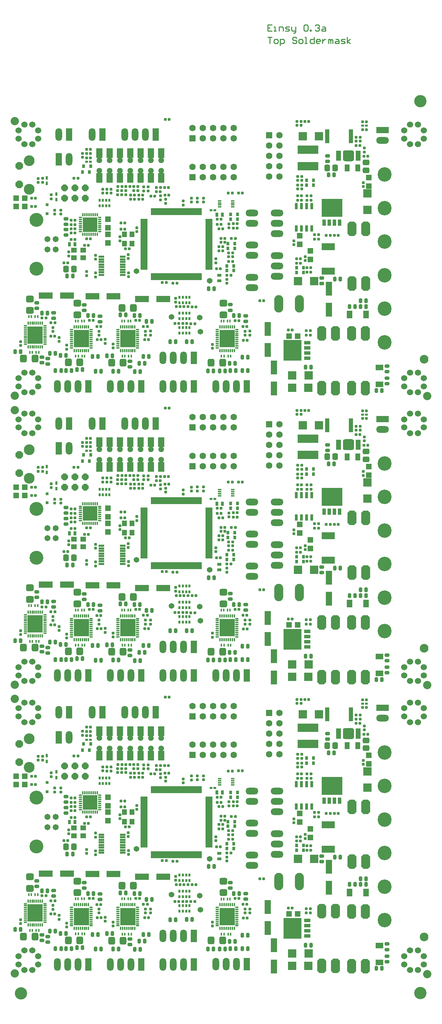
<source format=gts>
G04 Layer_Color=8388736*
%FSLAX24Y24*%
%MOIN*%
G70*
G01*
G75*
%ADD12C,0.0100*%
%ADD44C,0.0600*%
%ADD116C,0.0300*%
%ADD123C,0.0840*%
%ADD207R,0.0530X0.0170*%
%ADD208R,0.0460X0.0130*%
G04:AMPARAMS|DCode=209|XSize=118.7mil|YSize=118.7mil|CornerRadius=59.4mil|HoleSize=0mil|Usage=FLASHONLY|Rotation=90.000|XOffset=0mil|YOffset=0mil|HoleType=Round|Shape=RoundedRectangle|*
%AMROUNDEDRECTD209*
21,1,0.1187,0.0000,0,0,90.0*
21,1,0.0000,0.1187,0,0,90.0*
1,1,0.1187,0.0000,0.0000*
1,1,0.1187,0.0000,0.0000*
1,1,0.1187,0.0000,0.0000*
1,1,0.1187,0.0000,0.0000*
%
%ADD209ROUNDEDRECTD209*%
%ADD210R,0.0482X0.0198*%
G04:AMPARAMS|DCode=211|XSize=109mil|YSize=109mil|CornerRadius=28.3mil|HoleSize=0mil|Usage=FLASHONLY|Rotation=180.000|XOffset=0mil|YOffset=0mil|HoleType=Round|Shape=RoundedRectangle|*
%AMROUNDEDRECTD211*
21,1,0.1090,0.0525,0,0,180.0*
21,1,0.0525,0.1090,0,0,180.0*
1,1,0.0565,-0.0262,0.0262*
1,1,0.0565,0.0262,0.0262*
1,1,0.0565,0.0262,-0.0262*
1,1,0.0565,-0.0262,-0.0262*
%
%ADD211ROUNDEDRECTD211*%
G04:AMPARAMS|DCode=212|XSize=26mil|YSize=28mil|CornerRadius=6.4mil|HoleSize=0mil|Usage=FLASHONLY|Rotation=180.000|XOffset=0mil|YOffset=0mil|HoleType=Round|Shape=RoundedRectangle|*
%AMROUNDEDRECTD212*
21,1,0.0260,0.0152,0,0,180.0*
21,1,0.0132,0.0280,0,0,180.0*
1,1,0.0128,-0.0066,0.0076*
1,1,0.0128,0.0066,0.0076*
1,1,0.0128,0.0066,-0.0076*
1,1,0.0128,-0.0066,-0.0076*
%
%ADD212ROUNDEDRECTD212*%
%ADD213R,0.0320X0.0600*%
%ADD214R,0.2010X0.1740*%
%ADD215R,0.1740X0.2010*%
%ADD216R,0.0600X0.0320*%
%ADD217R,0.0355X0.0158*%
G04:AMPARAMS|DCode=218|XSize=26mil|YSize=28mil|CornerRadius=6.4mil|HoleSize=0mil|Usage=FLASHONLY|Rotation=270.000|XOffset=0mil|YOffset=0mil|HoleType=Round|Shape=RoundedRectangle|*
%AMROUNDEDRECTD218*
21,1,0.0260,0.0152,0,0,270.0*
21,1,0.0132,0.0280,0,0,270.0*
1,1,0.0128,-0.0076,-0.0066*
1,1,0.0128,-0.0076,0.0066*
1,1,0.0128,0.0076,0.0066*
1,1,0.0128,0.0076,-0.0066*
%
%ADD218ROUNDEDRECTD218*%
G04:AMPARAMS|DCode=219|XSize=33.1mil|YSize=43.4mil|CornerRadius=7.8mil|HoleSize=0mil|Usage=FLASHONLY|Rotation=180.000|XOffset=0mil|YOffset=0mil|HoleType=Round|Shape=RoundedRectangle|*
%AMROUNDEDRECTD219*
21,1,0.0331,0.0277,0,0,180.0*
21,1,0.0175,0.0434,0,0,180.0*
1,1,0.0157,-0.0087,0.0139*
1,1,0.0157,0.0087,0.0139*
1,1,0.0157,0.0087,-0.0139*
1,1,0.0157,-0.0087,-0.0139*
%
%ADD219ROUNDEDRECTD219*%
G04:AMPARAMS|DCode=220|XSize=33.1mil|YSize=43.4mil|CornerRadius=7.8mil|HoleSize=0mil|Usage=FLASHONLY|Rotation=270.000|XOffset=0mil|YOffset=0mil|HoleType=Round|Shape=RoundedRectangle|*
%AMROUNDEDRECTD220*
21,1,0.0331,0.0277,0,0,270.0*
21,1,0.0175,0.0434,0,0,270.0*
1,1,0.0157,-0.0139,-0.0087*
1,1,0.0157,-0.0139,0.0087*
1,1,0.0157,0.0139,0.0087*
1,1,0.0157,0.0139,-0.0087*
%
%ADD220ROUNDEDRECTD220*%
%ADD221R,0.0591X0.1379*%
%ADD222R,0.1379X0.0591*%
G04:AMPARAMS|DCode=223|XSize=56mil|YSize=64mil|CornerRadius=15mil|HoleSize=0mil|Usage=FLASHONLY|Rotation=0.000|XOffset=0mil|YOffset=0mil|HoleType=Round|Shape=RoundedRectangle|*
%AMROUNDEDRECTD223*
21,1,0.0560,0.0340,0,0,0.0*
21,1,0.0260,0.0640,0,0,0.0*
1,1,0.0300,0.0130,-0.0170*
1,1,0.0300,-0.0130,-0.0170*
1,1,0.0300,-0.0130,0.0170*
1,1,0.0300,0.0130,0.0170*
%
%ADD223ROUNDEDRECTD223*%
G04:AMPARAMS|DCode=224|XSize=56mil|YSize=64mil|CornerRadius=15mil|HoleSize=0mil|Usage=FLASHONLY|Rotation=270.000|XOffset=0mil|YOffset=0mil|HoleType=Round|Shape=RoundedRectangle|*
%AMROUNDEDRECTD224*
21,1,0.0560,0.0340,0,0,270.0*
21,1,0.0260,0.0640,0,0,270.0*
1,1,0.0300,-0.0170,-0.0130*
1,1,0.0300,-0.0170,0.0130*
1,1,0.0300,0.0170,0.0130*
1,1,0.0300,0.0170,-0.0130*
%
%ADD224ROUNDEDRECTD224*%
%ADD225R,0.0473X0.0709*%
%ADD226R,0.0257X0.0237*%
G04:AMPARAMS|DCode=227|XSize=67mil|YSize=75mil|CornerRadius=17.7mil|HoleSize=0mil|Usage=FLASHONLY|Rotation=180.000|XOffset=0mil|YOffset=0mil|HoleType=Round|Shape=RoundedRectangle|*
%AMROUNDEDRECTD227*
21,1,0.0670,0.0395,0,0,180.0*
21,1,0.0315,0.0750,0,0,180.0*
1,1,0.0355,-0.0158,0.0198*
1,1,0.0355,0.0158,0.0198*
1,1,0.0355,0.0158,-0.0198*
1,1,0.0355,-0.0158,-0.0198*
%
%ADD227ROUNDEDRECTD227*%
G04:AMPARAMS|DCode=228|XSize=67mil|YSize=75mil|CornerRadius=17.7mil|HoleSize=0mil|Usage=FLASHONLY|Rotation=90.000|XOffset=0mil|YOffset=0mil|HoleType=Round|Shape=RoundedRectangle|*
%AMROUNDEDRECTD228*
21,1,0.0670,0.0395,0,0,90.0*
21,1,0.0315,0.0750,0,0,90.0*
1,1,0.0355,0.0198,0.0158*
1,1,0.0355,0.0198,-0.0158*
1,1,0.0355,-0.0198,-0.0158*
1,1,0.0355,-0.0198,0.0158*
%
%ADD228ROUNDEDRECTD228*%
%ADD229R,0.0240X0.0300*%
%ADD230R,0.0394X0.1339*%
G04:AMPARAMS|DCode=231|XSize=15mil|YSize=35.4mil|CornerRadius=6.4mil|HoleSize=0mil|Usage=FLASHONLY|Rotation=180.000|XOffset=0mil|YOffset=0mil|HoleType=Round|Shape=RoundedRectangle|*
%AMROUNDEDRECTD231*
21,1,0.0150,0.0227,0,0,180.0*
21,1,0.0022,0.0354,0,0,180.0*
1,1,0.0128,-0.0011,0.0113*
1,1,0.0128,0.0011,0.0113*
1,1,0.0128,0.0011,-0.0113*
1,1,0.0128,-0.0011,-0.0113*
%
%ADD231ROUNDEDRECTD231*%
G04:AMPARAMS|DCode=232|XSize=15mil|YSize=35.4mil|CornerRadius=6.4mil|HoleSize=0mil|Usage=FLASHONLY|Rotation=270.000|XOffset=0mil|YOffset=0mil|HoleType=Round|Shape=RoundedRectangle|*
%AMROUNDEDRECTD232*
21,1,0.0150,0.0227,0,0,270.0*
21,1,0.0022,0.0354,0,0,270.0*
1,1,0.0128,-0.0113,-0.0011*
1,1,0.0128,-0.0113,0.0011*
1,1,0.0128,0.0113,0.0011*
1,1,0.0128,0.0113,-0.0011*
%
%ADD232ROUNDEDRECTD232*%
%ADD233R,0.1410X0.1410*%
%ADD234R,0.0540X0.0190*%
G04:AMPARAMS|DCode=235|XSize=80mil|YSize=80mil|CornerRadius=40mil|HoleSize=0mil|Usage=FLASHONLY|Rotation=0.000|XOffset=0mil|YOffset=0mil|HoleType=Round|Shape=RoundedRectangle|*
%AMROUNDEDRECTD235*
21,1,0.0800,0.0000,0,0,0.0*
21,1,0.0000,0.0800,0,0,0.0*
1,1,0.0800,0.0000,0.0000*
1,1,0.0800,0.0000,0.0000*
1,1,0.0800,0.0000,0.0000*
1,1,0.0800,0.0000,0.0000*
%
%ADD235ROUNDEDRECTD235*%
%ADD236R,0.0200X0.0680*%
%ADD237R,0.0680X0.0200*%
%ADD238R,0.0280X0.0640*%
%ADD239R,0.0520X0.0520*%
%ADD240R,0.0386X0.0304*%
%ADD241R,0.0304X0.0386*%
%ADD242R,0.0749X0.0583*%
%ADD243R,0.0583X0.0749*%
%ADD244R,0.0560X0.0460*%
%ADD245R,0.0276X0.0355*%
%ADD246R,0.0177X0.0276*%
%ADD247R,0.0830X0.0830*%
%ADD248R,0.0240X0.0320*%
%ADD249R,0.0830X0.0830*%
%ADD250R,0.1300X0.0670*%
%ADD251R,0.0280X0.0280*%
%ADD252R,0.0520X0.0520*%
%ADD253R,0.0460X0.0560*%
%ADD254R,0.2048X0.0822*%
G04:AMPARAMS|DCode=255|XSize=54mil|YSize=54mil|CornerRadius=27mil|HoleSize=0mil|Usage=FLASHONLY|Rotation=270.000|XOffset=0mil|YOffset=0mil|HoleType=Round|Shape=RoundedRectangle|*
%AMROUNDEDRECTD255*
21,1,0.0540,0.0000,0,0,270.0*
21,1,0.0000,0.0540,0,0,270.0*
1,1,0.0540,0.0000,0.0000*
1,1,0.0540,0.0000,0.0000*
1,1,0.0540,0.0000,0.0000*
1,1,0.0540,0.0000,0.0000*
%
%ADD255ROUNDEDRECTD255*%
%ADD256R,0.1457X0.1654*%
%ADD257O,0.0138X0.0375*%
%ADD258O,0.0375X0.0138*%
%ADD259R,0.0631X0.0957*%
%ADD260R,0.0631X0.0631*%
%ADD261C,0.0631*%
%ADD262O,0.0640X0.1240*%
%ADD263R,0.0640X0.1240*%
%ADD264R,0.0631X0.0631*%
%ADD265O,0.1340X0.1400*%
%ADD266O,0.1240X0.0640*%
%ADD267O,0.0865X0.1690*%
G04:AMPARAMS|DCode=268|XSize=137mil|YSize=87mil|CornerRadius=0mil|HoleSize=0mil|Usage=FLASHONLY|Rotation=270.000|XOffset=0mil|YOffset=0mil|HoleType=Round|Shape=Octagon|*
%AMOCTAGOND268*
4,1,8,-0.0217,-0.0685,0.0217,-0.0685,0.0435,-0.0467,0.0435,0.0467,0.0217,0.0685,-0.0217,0.0685,-0.0435,0.0467,-0.0435,-0.0467,-0.0217,-0.0685,0.0*
%
%ADD268OCTAGOND268*%

%ADD269P,0.0714X8X22.5*%
%ADD270C,0.1345*%
%ADD271C,0.0580*%
%ADD272C,0.1040*%
%ADD273P,0.0801X8X292.5*%
%ADD274R,0.1240X0.0640*%
%ADD275C,0.0544*%
%ADD276C,0.0260*%
G54D12*
X37000Y103200D02*
X37400D01*
X37200D01*
Y102600D01*
X37700D02*
X37900D01*
X38000Y102700D01*
Y102900D01*
X37900Y103000D01*
X37700D01*
X37600Y102900D01*
Y102700D01*
X37700Y102600D01*
X38200Y102400D02*
Y103000D01*
X38500D01*
X38599Y102900D01*
Y102700D01*
X38500Y102600D01*
X38200D01*
X39799Y103100D02*
X39699Y103200D01*
X39499D01*
X39399Y103100D01*
Y103000D01*
X39499Y102900D01*
X39699D01*
X39799Y102800D01*
Y102700D01*
X39699Y102600D01*
X39499D01*
X39399Y102700D01*
X40099Y102600D02*
X40299D01*
X40399Y102700D01*
Y102900D01*
X40299Y103000D01*
X40099D01*
X39999Y102900D01*
Y102700D01*
X40099Y102600D01*
X40599D02*
X40799D01*
X40699D01*
Y103200D01*
X40599D01*
X41499D02*
Y102600D01*
X41199D01*
X41099Y102700D01*
Y102900D01*
X41199Y103000D01*
X41499D01*
X41998Y102600D02*
X41798D01*
X41698Y102700D01*
Y102900D01*
X41798Y103000D01*
X41998D01*
X42098Y102900D01*
Y102800D01*
X41698D01*
X42298Y103000D02*
Y102600D01*
Y102800D01*
X42398Y102900D01*
X42498Y103000D01*
X42598D01*
X42898Y102600D02*
Y103000D01*
X42998D01*
X43098Y102900D01*
Y102600D01*
Y102900D01*
X43198Y103000D01*
X43298Y102900D01*
Y102600D01*
X43598Y103000D02*
X43798D01*
X43898Y102900D01*
Y102600D01*
X43598D01*
X43498Y102700D01*
X43598Y102800D01*
X43898D01*
X44098Y102600D02*
X44398D01*
X44498Y102700D01*
X44398Y102800D01*
X44198D01*
X44098Y102900D01*
X44198Y103000D01*
X44498D01*
X44698Y102600D02*
Y103200D01*
Y102800D02*
X44997Y103000D01*
X44698Y102800D02*
X44997Y102600D01*
X37400Y104400D02*
X37000D01*
Y103800D01*
X37400D01*
X37000Y104100D02*
X37200D01*
X37600Y103800D02*
X37800D01*
X37700D01*
Y104200D01*
X37600D01*
X38100Y103800D02*
Y104200D01*
X38400D01*
X38500Y104100D01*
Y103800D01*
X38699D02*
X38999D01*
X39099Y103900D01*
X38999Y104000D01*
X38799D01*
X38699Y104100D01*
X38799Y104200D01*
X39099D01*
X39299D02*
Y103900D01*
X39399Y103800D01*
X39699D01*
Y103700D01*
X39599Y103600D01*
X39499D01*
X39699Y103800D02*
Y104200D01*
X40499Y104300D02*
X40599Y104400D01*
X40799D01*
X40899Y104300D01*
Y103900D01*
X40799Y103800D01*
X40599D01*
X40499Y103900D01*
Y104300D01*
X41099Y103800D02*
Y103900D01*
X41199D01*
Y103800D01*
X41099D01*
X41599Y104300D02*
X41698Y104400D01*
X41898D01*
X41998Y104300D01*
Y104200D01*
X41898Y104100D01*
X41798D01*
X41898D01*
X41998Y104000D01*
Y103900D01*
X41898Y103800D01*
X41698D01*
X41599Y103900D01*
X42298Y104200D02*
X42498D01*
X42598Y104100D01*
Y103800D01*
X42298D01*
X42198Y103900D01*
X42298Y104000D01*
X42598D01*
G54D44*
X52126Y13386D02*
D03*
Y14173D02*
D03*
X51575Y14724D02*
D03*
X50787D02*
D03*
X50236Y14173D02*
D03*
Y13386D02*
D03*
X50787Y12835D02*
D03*
X51575D02*
D03*
X52126Y37402D02*
D03*
Y38189D02*
D03*
X51575Y38740D02*
D03*
X50787D02*
D03*
X50236Y38189D02*
D03*
Y37402D02*
D03*
X50787Y36850D02*
D03*
X51575D02*
D03*
X14724Y37402D02*
D03*
Y38189D02*
D03*
X14173Y38740D02*
D03*
X13386D02*
D03*
X12835Y38189D02*
D03*
Y37402D02*
D03*
X13386Y36850D02*
D03*
X14173D02*
D03*
X14724Y13386D02*
D03*
Y14173D02*
D03*
X14173Y14724D02*
D03*
X13386D02*
D03*
X12835Y14173D02*
D03*
Y13386D02*
D03*
X13386Y12835D02*
D03*
X14173D02*
D03*
X52126Y41378D02*
D03*
Y42165D02*
D03*
X51575Y42717D02*
D03*
X50787D02*
D03*
X50236Y42165D02*
D03*
Y41378D02*
D03*
X50787Y40827D02*
D03*
X51575D02*
D03*
X52126Y65394D02*
D03*
Y66181D02*
D03*
X51575Y66732D02*
D03*
X50787D02*
D03*
X50236Y66181D02*
D03*
Y65394D02*
D03*
X50787Y64843D02*
D03*
X51575D02*
D03*
X14724Y65394D02*
D03*
Y66181D02*
D03*
X14173Y66732D02*
D03*
X13386D02*
D03*
X12835Y66181D02*
D03*
Y65394D02*
D03*
X13386Y64843D02*
D03*
X14173D02*
D03*
X14724Y41378D02*
D03*
Y42165D02*
D03*
X14173Y42717D02*
D03*
X13386D02*
D03*
X12835Y42165D02*
D03*
Y41378D02*
D03*
X13386Y40827D02*
D03*
X14173D02*
D03*
X52126Y69370D02*
D03*
Y70157D02*
D03*
X51575Y70709D02*
D03*
X50787D02*
D03*
X50236Y70157D02*
D03*
Y69370D02*
D03*
X50787Y68819D02*
D03*
X51575D02*
D03*
X52126Y93386D02*
D03*
Y94173D02*
D03*
X51575Y94724D02*
D03*
X50787D02*
D03*
X50236Y94173D02*
D03*
Y93386D02*
D03*
X50787Y92835D02*
D03*
X51575D02*
D03*
X14724Y93386D02*
D03*
Y94173D02*
D03*
X14173Y94724D02*
D03*
X13386D02*
D03*
X12835Y94173D02*
D03*
Y93386D02*
D03*
X13386Y92835D02*
D03*
X14173D02*
D03*
X14724Y69370D02*
D03*
Y70157D02*
D03*
X14173Y70709D02*
D03*
X13386D02*
D03*
X12835Y70157D02*
D03*
Y69370D02*
D03*
X13386Y68819D02*
D03*
X14173D02*
D03*
G54D116*
X43630Y30096D02*
D03*
X44030D02*
D03*
Y30496D02*
D03*
X43630D02*
D03*
Y30896D02*
D03*
X44030D02*
D03*
Y31296D02*
D03*
X43630D02*
D03*
X42830D02*
D03*
X42430D02*
D03*
Y30896D02*
D03*
X42830D02*
D03*
Y30496D02*
D03*
X42430D02*
D03*
Y30096D02*
D03*
X42830D02*
D03*
X43230D02*
D03*
Y30496D02*
D03*
Y31296D02*
D03*
Y30896D02*
D03*
X39177Y16885D02*
D03*
X38777D02*
D03*
X39577D02*
D03*
X39977D02*
D03*
Y16485D02*
D03*
Y16085D02*
D03*
X39577D02*
D03*
Y16485D02*
D03*
X39177D02*
D03*
Y16085D02*
D03*
X38777D02*
D03*
Y16485D02*
D03*
Y17285D02*
D03*
Y17685D02*
D03*
X39177D02*
D03*
Y17285D02*
D03*
X39577D02*
D03*
Y17685D02*
D03*
X39977D02*
D03*
Y17285D02*
D03*
X19769Y29069D02*
D03*
Y29443D02*
D03*
X19392Y29446D02*
D03*
X19396Y29069D02*
D03*
X19394Y28685D02*
D03*
X19769Y28694D02*
D03*
X20143D02*
D03*
Y29069D02*
D03*
Y29443D02*
D03*
X14012Y19019D02*
D03*
X14878Y17719D02*
D03*
X14445D02*
D03*
X14012D02*
D03*
X14878Y18153D02*
D03*
X14445D02*
D03*
X14012D02*
D03*
X14878Y18586D02*
D03*
X14445D02*
D03*
X14012D02*
D03*
X14878Y19019D02*
D03*
X14445D02*
D03*
X18918Y18659D02*
D03*
X19352D02*
D03*
X18485Y18226D02*
D03*
X18918D02*
D03*
X19352D02*
D03*
X18485Y17793D02*
D03*
X18918D02*
D03*
X19352D02*
D03*
X18485Y17359D02*
D03*
X18918D02*
D03*
X19352D02*
D03*
X18485Y18659D02*
D03*
X22985D02*
D03*
X23852Y17359D02*
D03*
X23419D02*
D03*
X22985D02*
D03*
X23852Y17793D02*
D03*
X23419D02*
D03*
X22985D02*
D03*
X23852Y18226D02*
D03*
X23419D02*
D03*
X22985D02*
D03*
X23852Y18659D02*
D03*
X23419D02*
D03*
X33059D02*
D03*
X33492D02*
D03*
X32625Y18226D02*
D03*
X33059D02*
D03*
X33492D02*
D03*
X32625Y17793D02*
D03*
X33059D02*
D03*
X33492D02*
D03*
X32625Y17359D02*
D03*
X33059D02*
D03*
X33492D02*
D03*
X32625Y18659D02*
D03*
X43630Y58088D02*
D03*
X44030D02*
D03*
Y58488D02*
D03*
X43630D02*
D03*
Y58888D02*
D03*
X44030D02*
D03*
Y59288D02*
D03*
X43630D02*
D03*
X42830D02*
D03*
X42430D02*
D03*
Y58888D02*
D03*
X42830D02*
D03*
Y58488D02*
D03*
X42430D02*
D03*
Y58088D02*
D03*
X42830D02*
D03*
X43230D02*
D03*
Y58488D02*
D03*
Y59288D02*
D03*
Y58888D02*
D03*
X39177Y44877D02*
D03*
X38777D02*
D03*
X39577D02*
D03*
X39977D02*
D03*
Y44477D02*
D03*
Y44077D02*
D03*
X39577D02*
D03*
Y44477D02*
D03*
X39177D02*
D03*
Y44077D02*
D03*
X38777D02*
D03*
Y44477D02*
D03*
Y45277D02*
D03*
Y45677D02*
D03*
X39177D02*
D03*
Y45277D02*
D03*
X39577D02*
D03*
Y45677D02*
D03*
X39977D02*
D03*
Y45277D02*
D03*
X19769Y57061D02*
D03*
Y57435D02*
D03*
X19392Y57438D02*
D03*
X19396Y57061D02*
D03*
X19394Y56677D02*
D03*
X19769Y56687D02*
D03*
X20143D02*
D03*
Y57061D02*
D03*
Y57435D02*
D03*
X14012Y47011D02*
D03*
X14878Y45712D02*
D03*
X14445D02*
D03*
X14012D02*
D03*
X14878Y46145D02*
D03*
X14445D02*
D03*
X14012D02*
D03*
X14878Y46578D02*
D03*
X14445D02*
D03*
X14012D02*
D03*
X14878Y47011D02*
D03*
X14445D02*
D03*
X18918Y46651D02*
D03*
X19352D02*
D03*
X18485Y46218D02*
D03*
X18918D02*
D03*
X19352D02*
D03*
X18485Y45785D02*
D03*
X18918D02*
D03*
X19352D02*
D03*
X18485Y45352D02*
D03*
X18918D02*
D03*
X19352D02*
D03*
X18485Y46651D02*
D03*
X22985D02*
D03*
X23852Y45352D02*
D03*
X23419D02*
D03*
X22985D02*
D03*
X23852Y45785D02*
D03*
X23419D02*
D03*
X22985D02*
D03*
X23852Y46218D02*
D03*
X23419D02*
D03*
X22985D02*
D03*
X23852Y46651D02*
D03*
X23419D02*
D03*
X33059D02*
D03*
X33492D02*
D03*
X32625Y46218D02*
D03*
X33059D02*
D03*
X33492D02*
D03*
X32625Y45785D02*
D03*
X33059D02*
D03*
X33492D02*
D03*
X32625Y45352D02*
D03*
X33059D02*
D03*
X33492D02*
D03*
X32625Y46651D02*
D03*
X43630Y86080D02*
D03*
X44030D02*
D03*
Y86480D02*
D03*
X43630D02*
D03*
Y86880D02*
D03*
X44030D02*
D03*
Y87280D02*
D03*
X43630D02*
D03*
X42830D02*
D03*
X42430D02*
D03*
Y86880D02*
D03*
X42830D02*
D03*
Y86480D02*
D03*
X42430D02*
D03*
Y86080D02*
D03*
X42830D02*
D03*
X43230D02*
D03*
Y86480D02*
D03*
Y87280D02*
D03*
Y86880D02*
D03*
X39177Y72870D02*
D03*
X38777D02*
D03*
X39577D02*
D03*
X39977D02*
D03*
Y72470D02*
D03*
Y72070D02*
D03*
X39577D02*
D03*
Y72470D02*
D03*
X39177D02*
D03*
Y72070D02*
D03*
X38777D02*
D03*
Y72470D02*
D03*
Y73270D02*
D03*
Y73670D02*
D03*
X39177D02*
D03*
Y73270D02*
D03*
X39577D02*
D03*
Y73670D02*
D03*
X39977D02*
D03*
Y73270D02*
D03*
X19769Y85053D02*
D03*
Y85427D02*
D03*
X19392Y85430D02*
D03*
X19396Y85053D02*
D03*
X19394Y84669D02*
D03*
X19769Y84679D02*
D03*
X20143D02*
D03*
Y85053D02*
D03*
Y85427D02*
D03*
X14012Y75003D02*
D03*
X14878Y73704D02*
D03*
X14445D02*
D03*
X14012D02*
D03*
X14878Y74137D02*
D03*
X14445D02*
D03*
X14012D02*
D03*
X14878Y74570D02*
D03*
X14445D02*
D03*
X14012D02*
D03*
X14878Y75003D02*
D03*
X14445D02*
D03*
X18918Y74643D02*
D03*
X19352D02*
D03*
X18485Y74210D02*
D03*
X18918D02*
D03*
X19352D02*
D03*
X18485Y73777D02*
D03*
X18918D02*
D03*
X19352D02*
D03*
X18485Y73344D02*
D03*
X18918D02*
D03*
X19352D02*
D03*
X18485Y74643D02*
D03*
X22985D02*
D03*
X23852Y73344D02*
D03*
X23419D02*
D03*
X22985D02*
D03*
X23852Y73777D02*
D03*
X23419D02*
D03*
X22985D02*
D03*
X23852Y74210D02*
D03*
X23419D02*
D03*
X22985D02*
D03*
X23852Y74643D02*
D03*
X23419D02*
D03*
X33059D02*
D03*
X33492D02*
D03*
X32625Y74210D02*
D03*
X33059D02*
D03*
X33492D02*
D03*
X32625Y73777D02*
D03*
X33059D02*
D03*
X33492D02*
D03*
X32625Y73344D02*
D03*
X33059D02*
D03*
X33492D02*
D03*
X32625Y74643D02*
D03*
G54D123*
X52175Y16024D02*
D03*
Y44016D02*
D03*
Y72008D02*
D03*
G54D207*
X20865Y25944D02*
D03*
Y25694D02*
D03*
X20865Y25444D02*
D03*
Y25194D02*
D03*
X20865Y24944D02*
D03*
X20865Y24694D02*
D03*
Y24444D02*
D03*
X20865Y24194D02*
D03*
X22915Y24194D02*
D03*
X22915Y24444D02*
D03*
X22915Y24694D02*
D03*
X22915Y24944D02*
D03*
X22915Y25194D02*
D03*
X22915Y25444D02*
D03*
X22915Y25694D02*
D03*
X22915Y25944D02*
D03*
X20865Y53936D02*
D03*
Y53686D02*
D03*
X20865Y53436D02*
D03*
Y53186D02*
D03*
X20865Y52936D02*
D03*
X20865Y52686D02*
D03*
Y52436D02*
D03*
X20865Y52186D02*
D03*
X22915Y52186D02*
D03*
X22915Y52436D02*
D03*
X22915Y52686D02*
D03*
X22915Y52936D02*
D03*
X22915Y53186D02*
D03*
X22915Y53436D02*
D03*
X22915Y53686D02*
D03*
X22915Y53936D02*
D03*
X20865Y81928D02*
D03*
Y81678D02*
D03*
X20865Y81428D02*
D03*
Y81178D02*
D03*
X20865Y80928D02*
D03*
X20865Y80678D02*
D03*
Y80428D02*
D03*
X20865Y80178D02*
D03*
X22915Y80178D02*
D03*
X22915Y80428D02*
D03*
X22915Y80678D02*
D03*
X22915Y80928D02*
D03*
X22915Y81178D02*
D03*
X22915Y81428D02*
D03*
X22915Y81678D02*
D03*
X22915Y81928D02*
D03*
G54D208*
X20870Y25944D02*
D03*
X20870Y25694D02*
D03*
X20870Y25444D02*
D03*
Y25194D02*
D03*
X20870Y24944D02*
D03*
X20870Y24694D02*
D03*
Y24444D02*
D03*
X20870Y24194D02*
D03*
X22910D02*
D03*
X22910Y24444D02*
D03*
Y24694D02*
D03*
X22910Y24944D02*
D03*
X22910Y25194D02*
D03*
X22910Y25444D02*
D03*
X22910Y25694D02*
D03*
X22910Y25944D02*
D03*
X20870Y53936D02*
D03*
X20870Y53686D02*
D03*
X20870Y53436D02*
D03*
Y53186D02*
D03*
X20870Y52936D02*
D03*
X20870Y52686D02*
D03*
Y52436D02*
D03*
X20870Y52186D02*
D03*
X22910D02*
D03*
X22910Y52436D02*
D03*
Y52686D02*
D03*
X22910Y52936D02*
D03*
X22910Y53186D02*
D03*
X22910Y53436D02*
D03*
X22910Y53686D02*
D03*
X22910Y53936D02*
D03*
X20870Y81928D02*
D03*
X20870Y81678D02*
D03*
X20870Y81428D02*
D03*
Y81178D02*
D03*
X20870Y80928D02*
D03*
X20870Y80678D02*
D03*
Y80428D02*
D03*
X20870Y80178D02*
D03*
X22910D02*
D03*
X22910Y80428D02*
D03*
Y80678D02*
D03*
X22910Y80928D02*
D03*
X22910Y81178D02*
D03*
X22910Y81428D02*
D03*
X22910Y81678D02*
D03*
X22910Y81928D02*
D03*
G54D209*
X51800Y96998D02*
D03*
Y10600D02*
D03*
X13061Y10561D02*
D03*
G54D210*
X43870Y36128D02*
D03*
Y35931D02*
D03*
Y35734D02*
D03*
Y35537D02*
D03*
Y35341D02*
D03*
X45760Y36128D02*
D03*
Y35931D02*
D03*
Y35734D02*
D03*
Y35537D02*
D03*
Y35341D02*
D03*
X43870Y64120D02*
D03*
Y63923D02*
D03*
Y63726D02*
D03*
Y63530D02*
D03*
Y63333D02*
D03*
X45760Y64120D02*
D03*
Y63923D02*
D03*
Y63726D02*
D03*
Y63530D02*
D03*
Y63333D02*
D03*
X43870Y92112D02*
D03*
Y91915D02*
D03*
Y91719D02*
D03*
Y91522D02*
D03*
Y91325D02*
D03*
X45760Y92112D02*
D03*
Y91915D02*
D03*
Y91719D02*
D03*
Y91522D02*
D03*
Y91325D02*
D03*
G54D211*
X44815Y35734D02*
D03*
Y63726D02*
D03*
Y91719D02*
D03*
G54D212*
X41917Y28089D02*
D03*
X41539D02*
D03*
X41175Y24878D02*
D03*
X40799D02*
D03*
X35006Y17868D02*
D03*
X34629D02*
D03*
X33819Y19769D02*
D03*
X34195D02*
D03*
X34592Y19198D02*
D03*
X34969D02*
D03*
X25069Y17909D02*
D03*
X25445D02*
D03*
X24188Y19778D02*
D03*
X24565D02*
D03*
X25319Y19198D02*
D03*
X24941D02*
D03*
X20826Y17909D02*
D03*
X20449D02*
D03*
X19689Y19778D02*
D03*
X20066D02*
D03*
X20425Y19188D02*
D03*
X20802D02*
D03*
X45559Y36728D02*
D03*
X45936D02*
D03*
X32452Y27729D02*
D03*
X32829D02*
D03*
X27988Y19473D02*
D03*
X28365D02*
D03*
X28504Y21107D02*
D03*
X28127D02*
D03*
X28765Y19473D02*
D03*
X29142D02*
D03*
X29252Y21107D02*
D03*
X28875D02*
D03*
X29923Y19463D02*
D03*
X29546D02*
D03*
X29656Y21097D02*
D03*
X30033D02*
D03*
X32469Y29588D02*
D03*
X32092D02*
D03*
X33856Y27719D02*
D03*
X33479D02*
D03*
X32631Y28661D02*
D03*
X32254D02*
D03*
X23188Y26721D02*
D03*
X23565D02*
D03*
X19792Y27686D02*
D03*
X19415D02*
D03*
X19609Y27039D02*
D03*
X19231D02*
D03*
X17929Y29499D02*
D03*
X18305D02*
D03*
X22752Y28634D02*
D03*
X23128D02*
D03*
X17929Y28259D02*
D03*
X18305D02*
D03*
X17232Y25368D02*
D03*
X17608D02*
D03*
X27808Y23386D02*
D03*
X28185D02*
D03*
X32473Y29075D02*
D03*
X32096D02*
D03*
X16345Y18269D02*
D03*
X15969D02*
D03*
X15108Y20029D02*
D03*
X15486D02*
D03*
X15971Y19548D02*
D03*
X16349D02*
D03*
X36598Y21688D02*
D03*
X36221D02*
D03*
X27436Y39269D02*
D03*
X27058D02*
D03*
X40599Y39049D02*
D03*
X40975D02*
D03*
X17929Y27619D02*
D03*
X18305D02*
D03*
X18591Y33561D02*
D03*
X18212D02*
D03*
X19431Y35951D02*
D03*
X19810D02*
D03*
X19431Y36361D02*
D03*
X19810D02*
D03*
X19811Y35531D02*
D03*
X19432D02*
D03*
X41917Y27659D02*
D03*
X41539D02*
D03*
X46199Y38268D02*
D03*
X46577D02*
D03*
X46578Y39009D02*
D03*
X46200D02*
D03*
X40799Y24448D02*
D03*
X41177D02*
D03*
X33040Y24169D02*
D03*
X33419D02*
D03*
X32448Y27348D02*
D03*
X32827D02*
D03*
X39799Y25329D02*
D03*
X40177D02*
D03*
X40178Y25738D02*
D03*
X39800D02*
D03*
X26038Y31828D02*
D03*
X25660D02*
D03*
X23620Y32751D02*
D03*
X23241D02*
D03*
X27155Y23449D02*
D03*
X26779D02*
D03*
X22752Y29218D02*
D03*
X23128D02*
D03*
X34529Y32129D02*
D03*
X34151D02*
D03*
X26202Y32239D02*
D03*
X26579D02*
D03*
X24388Y32341D02*
D03*
X24011D02*
D03*
X24079Y31918D02*
D03*
X23702D02*
D03*
X24484Y31921D02*
D03*
X24861D02*
D03*
X26204Y32651D02*
D03*
X26581D02*
D03*
X27021Y31921D02*
D03*
X27398D02*
D03*
X22851Y32741D02*
D03*
X22474D02*
D03*
X46320Y35679D02*
D03*
X46698D02*
D03*
X40811Y31841D02*
D03*
X41190D02*
D03*
X33658Y29148D02*
D03*
X34037D02*
D03*
X17930Y29069D02*
D03*
X18309D02*
D03*
Y28658D02*
D03*
X17930D02*
D03*
X43839Y28019D02*
D03*
X43460D02*
D03*
X42670D02*
D03*
X43049D02*
D03*
X41118Y18359D02*
D03*
X40740D02*
D03*
Y18779D02*
D03*
X41118D02*
D03*
X38988Y18838D02*
D03*
X39367D02*
D03*
X33210Y25498D02*
D03*
X33589D02*
D03*
X14468Y30808D02*
D03*
X14090D02*
D03*
X34037Y28728D02*
D03*
X33658D02*
D03*
X40260Y31841D02*
D03*
X39881D02*
D03*
X41191Y31411D02*
D03*
X40812D02*
D03*
X39882D02*
D03*
X40261D02*
D03*
X26991Y32641D02*
D03*
X27370D02*
D03*
X24482Y31511D02*
D03*
X24861D02*
D03*
X23698Y31518D02*
D03*
X24077D02*
D03*
X24012Y32741D02*
D03*
X24391D02*
D03*
X33549Y32109D02*
D03*
X33170D02*
D03*
X14471Y31618D02*
D03*
X14092D02*
D03*
X32408Y24784D02*
D03*
X32030D02*
D03*
X32629Y26924D02*
D03*
X32250D02*
D03*
X32629Y26514D02*
D03*
X32250D02*
D03*
X41917Y56081D02*
D03*
X41539D02*
D03*
X41175Y52871D02*
D03*
X40799D02*
D03*
X35006Y45861D02*
D03*
X34629D02*
D03*
X33819Y47761D02*
D03*
X34195D02*
D03*
X34592Y47191D02*
D03*
X34969D02*
D03*
X25069Y45901D02*
D03*
X25445D02*
D03*
X24188Y47771D02*
D03*
X24565D02*
D03*
X25319Y47191D02*
D03*
X24941D02*
D03*
X20826Y45901D02*
D03*
X20449D02*
D03*
X19689Y47771D02*
D03*
X20066D02*
D03*
X20425Y47181D02*
D03*
X20802D02*
D03*
X45559Y64721D02*
D03*
X45936D02*
D03*
X32452Y55721D02*
D03*
X32829D02*
D03*
X27988Y47465D02*
D03*
X28365D02*
D03*
X28504Y49099D02*
D03*
X28127D02*
D03*
X28765Y47465D02*
D03*
X29142D02*
D03*
X29252Y49099D02*
D03*
X28875D02*
D03*
X29923Y47455D02*
D03*
X29546D02*
D03*
X29656Y49089D02*
D03*
X30033D02*
D03*
X32469Y57581D02*
D03*
X32092D02*
D03*
X33856Y55711D02*
D03*
X33479D02*
D03*
X32631Y56654D02*
D03*
X32254D02*
D03*
X23188Y54713D02*
D03*
X23565D02*
D03*
X19792Y55679D02*
D03*
X19415D02*
D03*
X19609Y55031D02*
D03*
X19231D02*
D03*
X17929Y57491D02*
D03*
X18305D02*
D03*
X22752Y56626D02*
D03*
X23128D02*
D03*
X17929Y56251D02*
D03*
X18305D02*
D03*
X17232Y53361D02*
D03*
X17608D02*
D03*
X27808Y51379D02*
D03*
X28185D02*
D03*
X32473Y57067D02*
D03*
X32096D02*
D03*
X16345Y46261D02*
D03*
X15969D02*
D03*
X15108Y48021D02*
D03*
X15486D02*
D03*
X15971Y47541D02*
D03*
X16349D02*
D03*
X36598Y49681D02*
D03*
X36221D02*
D03*
X27436Y67261D02*
D03*
X27058D02*
D03*
X40599Y67041D02*
D03*
X40975D02*
D03*
X17929Y55611D02*
D03*
X18305D02*
D03*
X18591Y61553D02*
D03*
X18212D02*
D03*
X19431Y63943D02*
D03*
X19810D02*
D03*
X19431Y64353D02*
D03*
X19810D02*
D03*
X19811Y63523D02*
D03*
X19432D02*
D03*
X41917Y55651D02*
D03*
X41539D02*
D03*
X46199Y66261D02*
D03*
X46577D02*
D03*
X46578Y67001D02*
D03*
X46200D02*
D03*
X40799Y52441D02*
D03*
X41177D02*
D03*
X33040Y52161D02*
D03*
X33419D02*
D03*
X32448Y55341D02*
D03*
X32827D02*
D03*
X39799Y53321D02*
D03*
X40177D02*
D03*
X40178Y53731D02*
D03*
X39800D02*
D03*
X26038Y59821D02*
D03*
X25660D02*
D03*
X23620Y60743D02*
D03*
X23241D02*
D03*
X27155Y51441D02*
D03*
X26779D02*
D03*
X22752Y57211D02*
D03*
X23128D02*
D03*
X34529Y60121D02*
D03*
X34151D02*
D03*
X26202Y60231D02*
D03*
X26579D02*
D03*
X24388Y60333D02*
D03*
X24011D02*
D03*
X24079Y59911D02*
D03*
X23702D02*
D03*
X24484Y59913D02*
D03*
X24861D02*
D03*
X26204Y60643D02*
D03*
X26581D02*
D03*
X27021Y59913D02*
D03*
X27398D02*
D03*
X22851Y60733D02*
D03*
X22474D02*
D03*
X46320Y63671D02*
D03*
X46698D02*
D03*
X40811Y59833D02*
D03*
X41190D02*
D03*
X33658Y57141D02*
D03*
X34037D02*
D03*
X17930Y57061D02*
D03*
X18309D02*
D03*
Y56651D02*
D03*
X17930D02*
D03*
X43839Y56011D02*
D03*
X43460D02*
D03*
X42670D02*
D03*
X43049D02*
D03*
X41118Y46351D02*
D03*
X40740D02*
D03*
Y46771D02*
D03*
X41118D02*
D03*
X38988Y46831D02*
D03*
X39367D02*
D03*
X33210Y53491D02*
D03*
X33589D02*
D03*
X14468Y58801D02*
D03*
X14090D02*
D03*
X34037Y56721D02*
D03*
X33658D02*
D03*
X40260Y59833D02*
D03*
X39881D02*
D03*
X41191Y59403D02*
D03*
X40812D02*
D03*
X39882D02*
D03*
X40261D02*
D03*
X26991Y60633D02*
D03*
X27370D02*
D03*
X24482Y59503D02*
D03*
X24861D02*
D03*
X23698Y59511D02*
D03*
X24077D02*
D03*
X24012Y60733D02*
D03*
X24391D02*
D03*
X33549Y60101D02*
D03*
X33170D02*
D03*
X14471Y59611D02*
D03*
X14092D02*
D03*
X32408Y52776D02*
D03*
X32030D02*
D03*
X32629Y54916D02*
D03*
X32250D02*
D03*
X32629Y54506D02*
D03*
X32250D02*
D03*
X41917Y84073D02*
D03*
X41539D02*
D03*
X41175Y80863D02*
D03*
X40799D02*
D03*
X35006Y73853D02*
D03*
X34629D02*
D03*
X33819Y75753D02*
D03*
X34195D02*
D03*
X34592Y75183D02*
D03*
X34969D02*
D03*
X25069Y73893D02*
D03*
X25445D02*
D03*
X24188Y75763D02*
D03*
X24565D02*
D03*
X25319Y75183D02*
D03*
X24941D02*
D03*
X20826Y73893D02*
D03*
X20449D02*
D03*
X19689Y75763D02*
D03*
X20066D02*
D03*
X20425Y75173D02*
D03*
X20802D02*
D03*
X45559Y92713D02*
D03*
X45936D02*
D03*
X32452Y83713D02*
D03*
X32829D02*
D03*
X27988Y75457D02*
D03*
X28365D02*
D03*
X28504Y77091D02*
D03*
X28127D02*
D03*
X28765Y75457D02*
D03*
X29142D02*
D03*
X29252Y77091D02*
D03*
X28875D02*
D03*
X29923Y75447D02*
D03*
X29546D02*
D03*
X29656Y77081D02*
D03*
X30033D02*
D03*
X32469Y85573D02*
D03*
X32092D02*
D03*
X33856Y83703D02*
D03*
X33479D02*
D03*
X32631Y84646D02*
D03*
X32254D02*
D03*
X23188Y82705D02*
D03*
X23565D02*
D03*
X19792Y83671D02*
D03*
X19415D02*
D03*
X19609Y83023D02*
D03*
X19231D02*
D03*
X17929Y85483D02*
D03*
X18305D02*
D03*
X22752Y84618D02*
D03*
X23128D02*
D03*
X17929Y84243D02*
D03*
X18305D02*
D03*
X17232Y81353D02*
D03*
X17608D02*
D03*
X27808Y79371D02*
D03*
X28185D02*
D03*
X32473Y85059D02*
D03*
X32096D02*
D03*
X16345Y74253D02*
D03*
X15969D02*
D03*
X15108Y76013D02*
D03*
X15486D02*
D03*
X15971Y75533D02*
D03*
X16349D02*
D03*
X36598Y77673D02*
D03*
X36221D02*
D03*
X27436Y95253D02*
D03*
X27058D02*
D03*
X40599Y95033D02*
D03*
X40975D02*
D03*
X17929Y83603D02*
D03*
X18305D02*
D03*
X18591Y89545D02*
D03*
X18212D02*
D03*
X19431Y91935D02*
D03*
X19810D02*
D03*
X19431Y92345D02*
D03*
X19810D02*
D03*
X19811Y91515D02*
D03*
X19432D02*
D03*
X41917Y83643D02*
D03*
X41539D02*
D03*
X46199Y94253D02*
D03*
X46577D02*
D03*
X46578Y94993D02*
D03*
X46200D02*
D03*
X40799Y80433D02*
D03*
X41177D02*
D03*
X33040Y80153D02*
D03*
X33419D02*
D03*
X32448Y83333D02*
D03*
X32827D02*
D03*
X39799Y81313D02*
D03*
X40177D02*
D03*
X40178Y81723D02*
D03*
X39800D02*
D03*
X26038Y87813D02*
D03*
X25660D02*
D03*
X23620Y88735D02*
D03*
X23241D02*
D03*
X27155Y79433D02*
D03*
X26779D02*
D03*
X22752Y85203D02*
D03*
X23128D02*
D03*
X34529Y88113D02*
D03*
X34151D02*
D03*
X26202Y88223D02*
D03*
X26579D02*
D03*
X24388Y88325D02*
D03*
X24011D02*
D03*
X24079Y87903D02*
D03*
X23702D02*
D03*
X24484Y87905D02*
D03*
X24861D02*
D03*
X26204Y88635D02*
D03*
X26581D02*
D03*
X27021Y87905D02*
D03*
X27398D02*
D03*
X22851Y88725D02*
D03*
X22474D02*
D03*
X46320Y91663D02*
D03*
X46698D02*
D03*
X40811Y87825D02*
D03*
X41190D02*
D03*
X33658Y85133D02*
D03*
X34037D02*
D03*
X17930Y85053D02*
D03*
X18309D02*
D03*
Y84643D02*
D03*
X17930D02*
D03*
X43839Y84003D02*
D03*
X43460D02*
D03*
X42670D02*
D03*
X43049D02*
D03*
X41118Y74343D02*
D03*
X40740D02*
D03*
Y74763D02*
D03*
X41118D02*
D03*
X38988Y74823D02*
D03*
X39367D02*
D03*
X33210Y81483D02*
D03*
X33589D02*
D03*
X14468Y86793D02*
D03*
X14090D02*
D03*
X34037Y84713D02*
D03*
X33658D02*
D03*
X40260Y87825D02*
D03*
X39881D02*
D03*
X41191Y87395D02*
D03*
X40812D02*
D03*
X39882D02*
D03*
X40261D02*
D03*
X26991Y88625D02*
D03*
X27370D02*
D03*
X24482Y87495D02*
D03*
X24861D02*
D03*
X23698Y87503D02*
D03*
X24077D02*
D03*
X24012Y88725D02*
D03*
X24391D02*
D03*
X33549Y88093D02*
D03*
X33170D02*
D03*
X14471Y87603D02*
D03*
X14092D02*
D03*
X32408Y80768D02*
D03*
X32030D02*
D03*
X32629Y82908D02*
D03*
X32250D02*
D03*
X32629Y82498D02*
D03*
X32250D02*
D03*
G54D213*
X42480Y29242D02*
D03*
X42980D02*
D03*
X43480D02*
D03*
X43980D02*
D03*
X42480Y57234D02*
D03*
X42980D02*
D03*
X43480D02*
D03*
X43980D02*
D03*
X42480Y85227D02*
D03*
X42980D02*
D03*
X43480D02*
D03*
X43980D02*
D03*
G54D214*
X43230Y30686D02*
D03*
Y58678D02*
D03*
Y86670D02*
D03*
G54D215*
X39387Y16885D02*
D03*
Y44877D02*
D03*
Y72870D02*
D03*
G54D216*
X40831Y17635D02*
D03*
Y17135D02*
D03*
Y16635D02*
D03*
Y16135D02*
D03*
Y45627D02*
D03*
Y45127D02*
D03*
Y44627D02*
D03*
Y44127D02*
D03*
Y73620D02*
D03*
Y73120D02*
D03*
Y72620D02*
D03*
Y72120D02*
D03*
G54D217*
X32331Y31366D02*
D03*
Y31169D02*
D03*
Y30973D02*
D03*
Y30776D02*
D03*
X33591Y31366D02*
D03*
Y31169D02*
D03*
Y30973D02*
D03*
Y30776D02*
D03*
X32331Y59358D02*
D03*
Y59162D02*
D03*
Y58965D02*
D03*
Y58768D02*
D03*
X33591Y59358D02*
D03*
Y59162D02*
D03*
Y58965D02*
D03*
Y58768D02*
D03*
X32331Y87351D02*
D03*
Y87154D02*
D03*
Y86957D02*
D03*
Y86760D02*
D03*
X33591Y87351D02*
D03*
Y87154D02*
D03*
Y86957D02*
D03*
Y86760D02*
D03*
G54D218*
X40289Y33354D02*
D03*
Y33731D02*
D03*
X31639Y17091D02*
D03*
Y17469D02*
D03*
X34788Y18359D02*
D03*
Y18736D02*
D03*
X21999Y17112D02*
D03*
Y17488D02*
D03*
X25138Y18736D02*
D03*
Y18359D02*
D03*
X17488Y17002D02*
D03*
Y17378D02*
D03*
X20638Y18359D02*
D03*
Y18736D02*
D03*
X16314Y30459D02*
D03*
Y30082D02*
D03*
X20295Y26093D02*
D03*
Y25716D02*
D03*
X23474Y25775D02*
D03*
Y26152D02*
D03*
X23484Y24025D02*
D03*
Y24402D02*
D03*
X20305Y24373D02*
D03*
Y23996D02*
D03*
X28798Y30961D02*
D03*
Y31339D02*
D03*
X22648Y27875D02*
D03*
Y27499D02*
D03*
X17699Y26031D02*
D03*
Y26409D02*
D03*
X14739Y33159D02*
D03*
Y33535D02*
D03*
X31969Y25741D02*
D03*
Y25364D02*
D03*
X24299Y28765D02*
D03*
Y28389D02*
D03*
X16178Y18719D02*
D03*
Y19095D02*
D03*
X13029Y17342D02*
D03*
Y17718D02*
D03*
X19021Y35581D02*
D03*
Y35960D02*
D03*
X19421Y24510D02*
D03*
Y24131D02*
D03*
X39889Y33733D02*
D03*
Y33354D02*
D03*
X39821Y38672D02*
D03*
Y39051D02*
D03*
X40221Y38672D02*
D03*
Y39051D02*
D03*
X33198Y25950D02*
D03*
Y26328D02*
D03*
X40294Y32508D02*
D03*
Y32887D02*
D03*
X25384Y32330D02*
D03*
Y32708D02*
D03*
X29599Y31625D02*
D03*
Y31249D02*
D03*
X30178Y31258D02*
D03*
Y31635D02*
D03*
X30749D02*
D03*
Y31258D02*
D03*
X23241Y31961D02*
D03*
Y32338D02*
D03*
X27088Y31131D02*
D03*
Y31509D02*
D03*
X24974Y32332D02*
D03*
Y32708D02*
D03*
X21811Y32121D02*
D03*
Y32498D02*
D03*
X21401Y32121D02*
D03*
Y32498D02*
D03*
X35268Y18738D02*
D03*
Y18360D02*
D03*
X25619D02*
D03*
Y18738D02*
D03*
X21219Y17938D02*
D03*
Y17560D02*
D03*
X45978Y37527D02*
D03*
Y37148D02*
D03*
X45578Y37150D02*
D03*
Y37529D02*
D03*
X46358Y36100D02*
D03*
Y36479D02*
D03*
X33238Y29127D02*
D03*
Y28749D02*
D03*
X33038Y23389D02*
D03*
Y23767D02*
D03*
X33609Y25950D02*
D03*
Y26328D02*
D03*
X26609Y31837D02*
D03*
Y31458D02*
D03*
X16914Y30079D02*
D03*
Y30458D02*
D03*
X39539Y27487D02*
D03*
Y27109D02*
D03*
X40638Y25578D02*
D03*
Y25957D02*
D03*
X46276Y32757D02*
D03*
Y33136D02*
D03*
X15998Y31571D02*
D03*
Y31950D02*
D03*
X15149Y33537D02*
D03*
Y33159D02*
D03*
X16759Y18128D02*
D03*
Y17750D02*
D03*
X39884Y32508D02*
D03*
Y32887D02*
D03*
X21001Y32501D02*
D03*
Y32122D02*
D03*
X22431Y31962D02*
D03*
Y32341D02*
D03*
X22841D02*
D03*
Y31962D02*
D03*
X28051Y21541D02*
D03*
Y21920D02*
D03*
X40289Y61346D02*
D03*
Y61723D02*
D03*
X31639Y45084D02*
D03*
Y45461D02*
D03*
X34788Y46351D02*
D03*
Y46728D02*
D03*
X21999Y45104D02*
D03*
Y45481D02*
D03*
X25138Y46728D02*
D03*
Y46351D02*
D03*
X17488Y44994D02*
D03*
Y45371D02*
D03*
X20638Y46351D02*
D03*
Y46728D02*
D03*
X16314Y58451D02*
D03*
Y58074D02*
D03*
X20295Y54085D02*
D03*
Y53708D02*
D03*
X23474Y53767D02*
D03*
Y54144D02*
D03*
X23484Y52017D02*
D03*
Y52394D02*
D03*
X20305Y52365D02*
D03*
Y51988D02*
D03*
X28798Y58954D02*
D03*
Y59331D02*
D03*
X22648Y55868D02*
D03*
Y55491D02*
D03*
X17699Y54024D02*
D03*
Y54401D02*
D03*
X14739Y61151D02*
D03*
Y61528D02*
D03*
X31969Y53733D02*
D03*
Y53356D02*
D03*
X24299Y56758D02*
D03*
Y56381D02*
D03*
X16178Y46711D02*
D03*
Y47088D02*
D03*
X13029Y45334D02*
D03*
Y45711D02*
D03*
X19021Y63573D02*
D03*
Y63952D02*
D03*
X19421Y52502D02*
D03*
Y52123D02*
D03*
X39889Y61725D02*
D03*
Y61346D02*
D03*
X39821Y66664D02*
D03*
Y67043D02*
D03*
X40221Y66664D02*
D03*
Y67043D02*
D03*
X33198Y53942D02*
D03*
Y54321D02*
D03*
X40294Y60501D02*
D03*
Y60880D02*
D03*
X25384Y60322D02*
D03*
Y60701D02*
D03*
X29599Y59618D02*
D03*
Y59241D02*
D03*
X30178Y59251D02*
D03*
Y59628D02*
D03*
X30749D02*
D03*
Y59251D02*
D03*
X23241Y59953D02*
D03*
Y60330D02*
D03*
X27088Y59124D02*
D03*
Y59501D02*
D03*
X24974Y60324D02*
D03*
Y60701D02*
D03*
X21811Y60113D02*
D03*
Y60490D02*
D03*
X21401Y60113D02*
D03*
Y60490D02*
D03*
X35268Y46731D02*
D03*
Y46352D02*
D03*
X25619D02*
D03*
Y46731D02*
D03*
X21219Y45931D02*
D03*
Y45552D02*
D03*
X45978Y65520D02*
D03*
Y65141D02*
D03*
X45578Y65142D02*
D03*
Y65521D02*
D03*
X46358Y64092D02*
D03*
Y64471D02*
D03*
X33238Y57120D02*
D03*
Y56741D02*
D03*
X33038Y51381D02*
D03*
Y51760D02*
D03*
X33609Y53942D02*
D03*
Y54321D02*
D03*
X26609Y59830D02*
D03*
Y59451D02*
D03*
X16914Y58071D02*
D03*
Y58450D02*
D03*
X39539Y55480D02*
D03*
Y55101D02*
D03*
X40638Y53571D02*
D03*
Y53950D02*
D03*
X46276Y60749D02*
D03*
Y61128D02*
D03*
X15998Y59563D02*
D03*
Y59942D02*
D03*
X15149Y61530D02*
D03*
Y61151D02*
D03*
X16759Y46121D02*
D03*
Y45742D02*
D03*
X39884Y60501D02*
D03*
Y60880D02*
D03*
X21001Y60493D02*
D03*
Y60114D02*
D03*
X22431Y59954D02*
D03*
Y60333D02*
D03*
X22841D02*
D03*
Y59954D02*
D03*
X28051Y49533D02*
D03*
Y49912D02*
D03*
X40289Y89338D02*
D03*
Y89715D02*
D03*
X31639Y73076D02*
D03*
Y73453D02*
D03*
X34788Y74343D02*
D03*
Y74720D02*
D03*
X21999Y73096D02*
D03*
Y73473D02*
D03*
X25138Y74720D02*
D03*
Y74343D02*
D03*
X17488Y72986D02*
D03*
Y73363D02*
D03*
X20638Y74343D02*
D03*
Y74720D02*
D03*
X16314Y86443D02*
D03*
Y86066D02*
D03*
X20295Y82077D02*
D03*
Y81700D02*
D03*
X23474Y81759D02*
D03*
Y82136D02*
D03*
X23484Y80009D02*
D03*
Y80386D02*
D03*
X20305Y80357D02*
D03*
Y79980D02*
D03*
X28798Y86946D02*
D03*
Y87323D02*
D03*
X22648Y83860D02*
D03*
Y83483D02*
D03*
X17699Y82016D02*
D03*
Y82393D02*
D03*
X14739Y89143D02*
D03*
Y89520D02*
D03*
X31969Y81725D02*
D03*
Y81348D02*
D03*
X24299Y84750D02*
D03*
Y84373D02*
D03*
X16178Y74703D02*
D03*
Y75080D02*
D03*
X13029Y73326D02*
D03*
Y73703D02*
D03*
X19021Y91565D02*
D03*
Y91944D02*
D03*
X19421Y80494D02*
D03*
Y80115D02*
D03*
X39889Y89717D02*
D03*
Y89338D02*
D03*
X39821Y94656D02*
D03*
Y95035D02*
D03*
X40221Y94656D02*
D03*
Y95035D02*
D03*
X33198Y81934D02*
D03*
Y82313D02*
D03*
X40294Y88493D02*
D03*
Y88872D02*
D03*
X25384Y88314D02*
D03*
Y88693D02*
D03*
X29599Y87610D02*
D03*
Y87233D02*
D03*
X30178Y87243D02*
D03*
Y87620D02*
D03*
X30749D02*
D03*
Y87243D02*
D03*
X23241Y87945D02*
D03*
Y88322D02*
D03*
X27088Y87116D02*
D03*
Y87493D02*
D03*
X24974Y88316D02*
D03*
Y88693D02*
D03*
X21811Y88105D02*
D03*
Y88482D02*
D03*
X21401Y88105D02*
D03*
Y88482D02*
D03*
X35268Y74723D02*
D03*
Y74344D02*
D03*
X25619D02*
D03*
Y74723D02*
D03*
X21219Y73923D02*
D03*
Y73544D02*
D03*
X45978Y93512D02*
D03*
Y93133D02*
D03*
X45578Y93134D02*
D03*
Y93513D02*
D03*
X46358Y92084D02*
D03*
Y92463D02*
D03*
X33238Y85112D02*
D03*
Y84733D02*
D03*
X33038Y79373D02*
D03*
Y79752D02*
D03*
X33609Y81934D02*
D03*
Y82313D02*
D03*
X26609Y87822D02*
D03*
Y87443D02*
D03*
X16914Y86063D02*
D03*
Y86442D02*
D03*
X39539Y83472D02*
D03*
Y83093D02*
D03*
X40638Y81563D02*
D03*
Y81942D02*
D03*
X46276Y88741D02*
D03*
Y89120D02*
D03*
X15998Y87555D02*
D03*
Y87934D02*
D03*
X15149Y89522D02*
D03*
Y89143D02*
D03*
X16759Y74113D02*
D03*
Y73734D02*
D03*
X39884Y88493D02*
D03*
Y88872D02*
D03*
X21001Y88485D02*
D03*
Y88106D02*
D03*
X22431Y87946D02*
D03*
Y88325D02*
D03*
X22841D02*
D03*
Y87946D02*
D03*
X28051Y77525D02*
D03*
Y77904D02*
D03*
G54D219*
X33291Y15609D02*
D03*
X33826D02*
D03*
X31201Y14878D02*
D03*
X31736D02*
D03*
X32866D02*
D03*
X32331D02*
D03*
X33896Y14908D02*
D03*
X33361D02*
D03*
X34521D02*
D03*
X35056D02*
D03*
X34226Y20238D02*
D03*
X33691D02*
D03*
X34531Y16219D02*
D03*
X35066D02*
D03*
X21411Y16358D02*
D03*
X21946D02*
D03*
X24521Y15628D02*
D03*
X25056D02*
D03*
X22681Y20319D02*
D03*
X23216D02*
D03*
X28076Y17708D02*
D03*
X27541D02*
D03*
X29676Y17729D02*
D03*
X29141D02*
D03*
X25221Y19678D02*
D03*
X25756D02*
D03*
X24061Y20248D02*
D03*
X24596D02*
D03*
X25466Y16288D02*
D03*
X24931D02*
D03*
X19571Y20248D02*
D03*
X20106D02*
D03*
X20546Y16279D02*
D03*
X20011D02*
D03*
X19046Y15008D02*
D03*
X18511D02*
D03*
X17436Y16379D02*
D03*
X16901D02*
D03*
X20816Y14858D02*
D03*
X20281D02*
D03*
X21981Y14869D02*
D03*
X22516D02*
D03*
X24111Y14828D02*
D03*
X24646D02*
D03*
X46546Y21688D02*
D03*
X46011D02*
D03*
X44941Y21128D02*
D03*
X45476D02*
D03*
X46011D02*
D03*
X46546D02*
D03*
X43416Y33879D02*
D03*
X42881D02*
D03*
X47541Y12989D02*
D03*
X48076D02*
D03*
X44046Y23779D02*
D03*
X43511D02*
D03*
X41196Y15249D02*
D03*
X40661D02*
D03*
X15111Y20498D02*
D03*
X15646D02*
D03*
X16406Y16599D02*
D03*
X15871D02*
D03*
X13036Y16759D02*
D03*
X12501D02*
D03*
X16413Y14908D02*
D03*
X16948D02*
D03*
X17956D02*
D03*
X17421D02*
D03*
X31786Y22859D02*
D03*
X31251D02*
D03*
X18081Y24078D02*
D03*
X17546D02*
D03*
X33291Y43601D02*
D03*
X33826D02*
D03*
X31201Y42871D02*
D03*
X31736D02*
D03*
X32866D02*
D03*
X32331D02*
D03*
X33896Y42901D02*
D03*
X33361D02*
D03*
X34521D02*
D03*
X35056D02*
D03*
X34226Y48231D02*
D03*
X33691D02*
D03*
X34531Y44211D02*
D03*
X35066D02*
D03*
X21411Y44351D02*
D03*
X21946D02*
D03*
X24521Y43621D02*
D03*
X25056D02*
D03*
X22681Y48311D02*
D03*
X23216D02*
D03*
X28076Y45701D02*
D03*
X27541D02*
D03*
X29676Y45721D02*
D03*
X29141D02*
D03*
X25221Y47671D02*
D03*
X25756D02*
D03*
X24061Y48241D02*
D03*
X24596D02*
D03*
X25466Y44281D02*
D03*
X24931D02*
D03*
X19571Y48241D02*
D03*
X20106D02*
D03*
X20546Y44271D02*
D03*
X20011D02*
D03*
X19046Y43001D02*
D03*
X18511D02*
D03*
X17436Y44371D02*
D03*
X16901D02*
D03*
X20816Y42851D02*
D03*
X20281D02*
D03*
X21981Y42861D02*
D03*
X22516D02*
D03*
X24111Y42821D02*
D03*
X24646D02*
D03*
X46546Y49681D02*
D03*
X46011D02*
D03*
X44941Y49121D02*
D03*
X45476D02*
D03*
X46011D02*
D03*
X46546D02*
D03*
X43416Y61871D02*
D03*
X42881D02*
D03*
X47541Y40981D02*
D03*
X48076D02*
D03*
X44046Y51771D02*
D03*
X43511D02*
D03*
X41196Y43241D02*
D03*
X40661D02*
D03*
X15111Y48491D02*
D03*
X15646D02*
D03*
X16406Y44591D02*
D03*
X15871D02*
D03*
X13036Y44751D02*
D03*
X12501D02*
D03*
X16413Y42901D02*
D03*
X16948D02*
D03*
X17956D02*
D03*
X17421D02*
D03*
X31786Y50851D02*
D03*
X31251D02*
D03*
X18081Y52071D02*
D03*
X17546D02*
D03*
X33291Y71593D02*
D03*
X33826D02*
D03*
X31201Y70863D02*
D03*
X31736D02*
D03*
X32866D02*
D03*
X32331D02*
D03*
X33896Y70893D02*
D03*
X33361D02*
D03*
X34521D02*
D03*
X35056D02*
D03*
X34226Y76223D02*
D03*
X33691D02*
D03*
X34531Y72203D02*
D03*
X35066D02*
D03*
X21411Y72343D02*
D03*
X21946D02*
D03*
X24521Y71613D02*
D03*
X25056D02*
D03*
X22681Y76303D02*
D03*
X23216D02*
D03*
X28076Y73693D02*
D03*
X27541D02*
D03*
X29676Y73713D02*
D03*
X29141D02*
D03*
X25221Y75663D02*
D03*
X25756D02*
D03*
X24061Y76233D02*
D03*
X24596D02*
D03*
X25466Y72273D02*
D03*
X24931D02*
D03*
X19571Y76233D02*
D03*
X20106D02*
D03*
X20546Y72263D02*
D03*
X20011D02*
D03*
X19046Y70993D02*
D03*
X18511D02*
D03*
X17436Y72363D02*
D03*
X16901D02*
D03*
X20816Y70843D02*
D03*
X20281D02*
D03*
X21981Y70853D02*
D03*
X22516D02*
D03*
X24111Y70813D02*
D03*
X24646D02*
D03*
X46546Y77673D02*
D03*
X46011D02*
D03*
X44941Y77113D02*
D03*
X45476D02*
D03*
X46011D02*
D03*
X46546D02*
D03*
X43416Y89863D02*
D03*
X42881D02*
D03*
X47541Y68973D02*
D03*
X48076D02*
D03*
X44046Y79763D02*
D03*
X43511D02*
D03*
X41196Y71233D02*
D03*
X40661D02*
D03*
X15111Y76483D02*
D03*
X15646D02*
D03*
X16406Y72583D02*
D03*
X15871D02*
D03*
X13036Y72743D02*
D03*
X12501D02*
D03*
X16413Y70893D02*
D03*
X16948D02*
D03*
X17956D02*
D03*
X17421D02*
D03*
X31786Y78843D02*
D03*
X31251D02*
D03*
X18081Y80063D02*
D03*
X17546D02*
D03*
G54D220*
X33359Y21306D02*
D03*
Y20771D02*
D03*
X34848Y20236D02*
D03*
Y19701D02*
D03*
X23628Y15301D02*
D03*
Y15836D02*
D03*
X19198Y21296D02*
D03*
Y20761D02*
D03*
X20728Y20196D02*
D03*
Y19661D02*
D03*
X42238Y23876D02*
D03*
Y23341D02*
D03*
X48579Y13641D02*
D03*
Y14176D02*
D03*
Y14821D02*
D03*
Y15356D02*
D03*
X42799Y35191D02*
D03*
Y35726D02*
D03*
X15099Y16226D02*
D03*
Y15691D02*
D03*
X15668Y15551D02*
D03*
Y16086D02*
D03*
X14598Y21486D02*
D03*
Y20951D02*
D03*
X16238Y20001D02*
D03*
Y20536D02*
D03*
X17419Y29101D02*
D03*
Y29636D02*
D03*
X17418Y28051D02*
D03*
Y28586D02*
D03*
X33359Y49298D02*
D03*
Y48763D02*
D03*
X34848Y48228D02*
D03*
Y47693D02*
D03*
X23628Y43293D02*
D03*
Y43828D02*
D03*
X19198Y49288D02*
D03*
Y48753D02*
D03*
X20728Y48188D02*
D03*
Y47653D02*
D03*
X42238Y51868D02*
D03*
Y51333D02*
D03*
X48579Y41633D02*
D03*
Y42168D02*
D03*
Y42813D02*
D03*
Y43348D02*
D03*
X42799Y63183D02*
D03*
Y63718D02*
D03*
X15099Y44218D02*
D03*
Y43683D02*
D03*
X15668Y43543D02*
D03*
Y44078D02*
D03*
X14598Y49478D02*
D03*
Y48943D02*
D03*
X16238Y47993D02*
D03*
Y48528D02*
D03*
X17419Y57093D02*
D03*
Y57628D02*
D03*
X17418Y56043D02*
D03*
Y56578D02*
D03*
X33359Y77290D02*
D03*
Y76755D02*
D03*
X34848Y76220D02*
D03*
Y75685D02*
D03*
X23628Y71285D02*
D03*
Y71820D02*
D03*
X19198Y77280D02*
D03*
Y76745D02*
D03*
X20728Y76180D02*
D03*
Y75645D02*
D03*
X42238Y79860D02*
D03*
Y79325D02*
D03*
X48579Y69625D02*
D03*
Y70160D02*
D03*
Y70805D02*
D03*
Y71340D02*
D03*
X42799Y91175D02*
D03*
Y91710D02*
D03*
X15099Y72210D02*
D03*
Y71675D02*
D03*
X15668Y71535D02*
D03*
Y72070D02*
D03*
X14598Y77470D02*
D03*
Y76935D02*
D03*
X16238Y75985D02*
D03*
Y76520D02*
D03*
X17419Y85085D02*
D03*
Y85620D02*
D03*
X17418Y84035D02*
D03*
Y84571D02*
D03*
G54D221*
X37599Y15232D02*
D03*
Y13185D02*
D03*
X37009Y18952D02*
D03*
Y16905D02*
D03*
X42919Y22852D02*
D03*
Y20805D02*
D03*
X37599Y43224D02*
D03*
Y41177D02*
D03*
X37009Y46944D02*
D03*
Y44897D02*
D03*
X42919Y50844D02*
D03*
Y48797D02*
D03*
X37599Y71216D02*
D03*
Y69169D02*
D03*
X37009Y74936D02*
D03*
Y72889D02*
D03*
X42919Y78836D02*
D03*
Y76789D02*
D03*
G54D222*
X24811Y21858D02*
D03*
X26858D02*
D03*
X19995Y22129D02*
D03*
X22042D02*
D03*
X15475Y22178D02*
D03*
X17522D02*
D03*
X24811Y49851D02*
D03*
X26858D02*
D03*
X19995Y50121D02*
D03*
X22042D02*
D03*
X15475Y50171D02*
D03*
X17522D02*
D03*
X24811Y77843D02*
D03*
X26858D02*
D03*
X19995Y78113D02*
D03*
X22042D02*
D03*
X15475Y78163D02*
D03*
X17522D02*
D03*
G54D223*
X42774Y34569D02*
D03*
X43528D02*
D03*
X18193Y24769D02*
D03*
X17438D02*
D03*
X42774Y62561D02*
D03*
X43528D02*
D03*
X18193Y52761D02*
D03*
X17438D02*
D03*
X42774Y90553D02*
D03*
X43528D02*
D03*
X18193Y80753D02*
D03*
X17438D02*
D03*
G54D224*
X46519Y34328D02*
D03*
Y35083D02*
D03*
Y62321D02*
D03*
Y63075D02*
D03*
Y90313D02*
D03*
Y91067D02*
D03*
G54D225*
X45740Y34558D02*
D03*
X44697D02*
D03*
X45740Y62551D02*
D03*
X44697D02*
D03*
X45740Y90543D02*
D03*
X44697D02*
D03*
G54D226*
X19434Y35151D02*
D03*
X19808D02*
D03*
X31487Y30468D02*
D03*
X31861D02*
D03*
X46192Y38639D02*
D03*
X46566D02*
D03*
X19434Y63143D02*
D03*
X19808D02*
D03*
X31487Y58461D02*
D03*
X31861D02*
D03*
X46192Y66631D02*
D03*
X46566D02*
D03*
X19434Y91135D02*
D03*
X19808D02*
D03*
X31487Y86453D02*
D03*
X31861D02*
D03*
X46192Y94623D02*
D03*
X46566D02*
D03*
G54D227*
X31498Y15689D02*
D03*
X32618D02*
D03*
X21848Y15678D02*
D03*
X22968D02*
D03*
X22859Y20989D02*
D03*
X23979D02*
D03*
X17649Y15718D02*
D03*
X18768D02*
D03*
X13309Y16078D02*
D03*
X14428D02*
D03*
X31498Y43681D02*
D03*
X32618D02*
D03*
X21848Y43671D02*
D03*
X22968D02*
D03*
X22859Y48981D02*
D03*
X23979D02*
D03*
X17649Y43711D02*
D03*
X18768D02*
D03*
X13309Y44071D02*
D03*
X14428D02*
D03*
X31498Y71673D02*
D03*
X32618D02*
D03*
X21848Y71663D02*
D03*
X22968D02*
D03*
X22859Y76973D02*
D03*
X23979D02*
D03*
X17649Y71703D02*
D03*
X18768D02*
D03*
X13309Y72063D02*
D03*
X14428D02*
D03*
G54D228*
X32689Y20329D02*
D03*
Y21449D02*
D03*
X18519Y20329D02*
D03*
Y21449D02*
D03*
X13918Y20749D02*
D03*
Y21869D02*
D03*
X32689Y48321D02*
D03*
Y49441D02*
D03*
X18519Y48321D02*
D03*
Y49441D02*
D03*
X13918Y48741D02*
D03*
Y49861D02*
D03*
X32689Y76313D02*
D03*
Y77433D02*
D03*
X18519Y76313D02*
D03*
Y77433D02*
D03*
X13918Y76733D02*
D03*
Y77853D02*
D03*
G54D229*
X29398Y18543D02*
D03*
X29083D02*
D03*
X28766D02*
D03*
X28446D02*
D03*
Y19079D02*
D03*
X28766D02*
D03*
X29083D02*
D03*
X29398D02*
D03*
Y20477D02*
D03*
X29083D02*
D03*
X28766D02*
D03*
X28446D02*
D03*
Y19941D02*
D03*
X28766D02*
D03*
X29083D02*
D03*
X29398D02*
D03*
Y21496D02*
D03*
X29083D02*
D03*
X28766D02*
D03*
X28446D02*
D03*
Y22032D02*
D03*
X28766D02*
D03*
X29083D02*
D03*
X29398D02*
D03*
X21644Y31427D02*
D03*
X21329D02*
D03*
X21011D02*
D03*
X20691D02*
D03*
Y30891D02*
D03*
X21011D02*
D03*
X21329D02*
D03*
X21644D02*
D03*
X29398Y46536D02*
D03*
X29083D02*
D03*
X28766D02*
D03*
X28446D02*
D03*
Y47071D02*
D03*
X28766D02*
D03*
X29083D02*
D03*
X29398D02*
D03*
Y48469D02*
D03*
X29083D02*
D03*
X28766D02*
D03*
X28446D02*
D03*
Y47933D02*
D03*
X28766D02*
D03*
X29083D02*
D03*
X29398D02*
D03*
Y49488D02*
D03*
X29083D02*
D03*
X28766D02*
D03*
X28446D02*
D03*
Y50024D02*
D03*
X28766D02*
D03*
X29083D02*
D03*
X29398D02*
D03*
X21644Y59419D02*
D03*
X21329D02*
D03*
X21011D02*
D03*
X20691D02*
D03*
Y58884D02*
D03*
X21011D02*
D03*
X21329D02*
D03*
X21644D02*
D03*
X29398Y74528D02*
D03*
X29083D02*
D03*
X28766D02*
D03*
X28446D02*
D03*
Y75063D02*
D03*
X28766D02*
D03*
X29083D02*
D03*
X29398D02*
D03*
Y76461D02*
D03*
X29083D02*
D03*
X28766D02*
D03*
X28446D02*
D03*
Y75925D02*
D03*
X28766D02*
D03*
X29083D02*
D03*
X29398D02*
D03*
Y77480D02*
D03*
X29083D02*
D03*
X28766D02*
D03*
X28446D02*
D03*
Y78016D02*
D03*
X28766D02*
D03*
X29083D02*
D03*
X29398D02*
D03*
X21644Y87411D02*
D03*
X21329D02*
D03*
X21011D02*
D03*
X20691D02*
D03*
Y86876D02*
D03*
X21011D02*
D03*
X21329D02*
D03*
X21644D02*
D03*
G54D230*
X42757Y37619D02*
D03*
X45080D02*
D03*
X42757Y65611D02*
D03*
X45080D02*
D03*
X42757Y93603D02*
D03*
X45080D02*
D03*
G54D231*
X19079Y28124D02*
D03*
X19268D02*
D03*
X19468D02*
D03*
X19669D02*
D03*
X19867D02*
D03*
X20064D02*
D03*
X20261D02*
D03*
X20457D02*
D03*
Y30018D02*
D03*
X20261D02*
D03*
X20064D02*
D03*
X19867D02*
D03*
X19669D02*
D03*
X19468D02*
D03*
X19268D02*
D03*
X19079D02*
D03*
Y56116D02*
D03*
X19268D02*
D03*
X19468D02*
D03*
X19669D02*
D03*
X19867D02*
D03*
X20064D02*
D03*
X20261D02*
D03*
X20457D02*
D03*
Y58011D02*
D03*
X20261D02*
D03*
X20064D02*
D03*
X19867D02*
D03*
X19669D02*
D03*
X19468D02*
D03*
X19268D02*
D03*
X19079D02*
D03*
Y84108D02*
D03*
X19268D02*
D03*
X19468D02*
D03*
X19669D02*
D03*
X19867D02*
D03*
X20064D02*
D03*
X20261D02*
D03*
X20457D02*
D03*
Y86003D02*
D03*
X20261D02*
D03*
X20064D02*
D03*
X19867D02*
D03*
X19669D02*
D03*
X19468D02*
D03*
X19268D02*
D03*
X19079D02*
D03*
G54D232*
X20713Y28380D02*
D03*
Y28576D02*
D03*
Y28773D02*
D03*
Y28970D02*
D03*
Y29169D02*
D03*
Y29369D02*
D03*
Y29569D02*
D03*
Y29759D02*
D03*
X18819D02*
D03*
Y29569D02*
D03*
Y29369D02*
D03*
Y29169D02*
D03*
Y28970D02*
D03*
Y28773D02*
D03*
Y28576D02*
D03*
Y28380D02*
D03*
X20713Y56372D02*
D03*
Y56569D02*
D03*
Y56765D02*
D03*
Y56962D02*
D03*
Y57161D02*
D03*
Y57361D02*
D03*
Y57561D02*
D03*
Y57751D02*
D03*
X18819D02*
D03*
Y57561D02*
D03*
Y57361D02*
D03*
Y57161D02*
D03*
Y56962D02*
D03*
Y56765D02*
D03*
Y56569D02*
D03*
Y56372D02*
D03*
X20713Y84364D02*
D03*
Y84561D02*
D03*
Y84757D02*
D03*
Y84954D02*
D03*
Y85153D02*
D03*
Y85353D02*
D03*
Y85553D02*
D03*
Y85743D02*
D03*
X18819D02*
D03*
Y85553D02*
D03*
Y85353D02*
D03*
Y85153D02*
D03*
Y84954D02*
D03*
Y84757D02*
D03*
Y84561D02*
D03*
Y84364D02*
D03*
G54D233*
X19769Y29069D02*
D03*
Y57061D02*
D03*
Y85053D02*
D03*
G54D234*
X20866Y25694D02*
D03*
X22920Y25194D02*
D03*
X20866Y25944D02*
D03*
Y25444D02*
D03*
Y25194D02*
D03*
X22920Y25444D02*
D03*
X22920Y24939D02*
D03*
X22920Y24689D02*
D03*
X20866D02*
D03*
X22920Y24189D02*
D03*
X20866Y24939D02*
D03*
Y24439D02*
D03*
X22920D02*
D03*
X20866Y24189D02*
D03*
X22920Y25694D02*
D03*
Y25944D02*
D03*
X20866Y53686D02*
D03*
X22920Y53186D02*
D03*
X20866Y53936D02*
D03*
Y53436D02*
D03*
Y53186D02*
D03*
X22920Y53436D02*
D03*
X22920Y52931D02*
D03*
X22920Y52681D02*
D03*
X20866D02*
D03*
X22920Y52181D02*
D03*
X20866Y52931D02*
D03*
Y52431D02*
D03*
X22920D02*
D03*
X20866Y52181D02*
D03*
X22920Y53686D02*
D03*
Y53936D02*
D03*
X20866Y81678D02*
D03*
X22920Y81178D02*
D03*
X20866Y81928D02*
D03*
Y81428D02*
D03*
Y81178D02*
D03*
X22920Y81428D02*
D03*
X22920Y80923D02*
D03*
X22920Y80673D02*
D03*
X20866D02*
D03*
X22920Y80173D02*
D03*
X20866Y80923D02*
D03*
Y80423D02*
D03*
X22920D02*
D03*
X20866Y80173D02*
D03*
X22920Y81678D02*
D03*
Y81928D02*
D03*
G54D235*
X12451Y12490D02*
D03*
X52480Y12451D02*
D03*
X12451Y39094D02*
D03*
Y40482D02*
D03*
X52480Y40443D02*
D03*
X12451Y67087D02*
D03*
Y68474D02*
D03*
X52480Y68435D02*
D03*
X12451Y95079D02*
D03*
G54D236*
X30506Y30318D02*
D03*
X30306D02*
D03*
X30106D02*
D03*
X29916D02*
D03*
X29716D02*
D03*
X29516D02*
D03*
X29326D02*
D03*
X29126D02*
D03*
X28926D02*
D03*
X28736D02*
D03*
X28536D02*
D03*
X28336D02*
D03*
X28136D02*
D03*
X27940D02*
D03*
X27743D02*
D03*
X27546D02*
D03*
X27349D02*
D03*
X27152D02*
D03*
X26955D02*
D03*
X26758D02*
D03*
X26562D02*
D03*
X26365D02*
D03*
X26168D02*
D03*
X25971D02*
D03*
X25774D02*
D03*
Y24018D02*
D03*
X25971D02*
D03*
X26168D02*
D03*
X26365D02*
D03*
X26562D02*
D03*
X26758D02*
D03*
X26955D02*
D03*
X27152D02*
D03*
X27349D02*
D03*
X27546D02*
D03*
X27743D02*
D03*
X27940D02*
D03*
X28136D02*
D03*
X28336D02*
D03*
X28536D02*
D03*
X28736D02*
D03*
X28926D02*
D03*
X29126D02*
D03*
X29326D02*
D03*
X29516D02*
D03*
X29716D02*
D03*
X29916D02*
D03*
X30106D02*
D03*
X30306D02*
D03*
X30506D02*
D03*
Y58310D02*
D03*
X30306D02*
D03*
X30106D02*
D03*
X29916D02*
D03*
X29716D02*
D03*
X29516D02*
D03*
X29326D02*
D03*
X29126D02*
D03*
X28926D02*
D03*
X28736D02*
D03*
X28536D02*
D03*
X28336D02*
D03*
X28136D02*
D03*
X27940D02*
D03*
X27743D02*
D03*
X27546D02*
D03*
X27349D02*
D03*
X27152D02*
D03*
X26955D02*
D03*
X26758D02*
D03*
X26562D02*
D03*
X26365D02*
D03*
X26168D02*
D03*
X25971D02*
D03*
X25774D02*
D03*
Y52011D02*
D03*
X25971D02*
D03*
X26168D02*
D03*
X26365D02*
D03*
X26562D02*
D03*
X26758D02*
D03*
X26955D02*
D03*
X27152D02*
D03*
X27349D02*
D03*
X27546D02*
D03*
X27743D02*
D03*
X27940D02*
D03*
X28136D02*
D03*
X28336D02*
D03*
X28536D02*
D03*
X28736D02*
D03*
X28926D02*
D03*
X29126D02*
D03*
X29326D02*
D03*
X29516D02*
D03*
X29716D02*
D03*
X29916D02*
D03*
X30106D02*
D03*
X30306D02*
D03*
X30506D02*
D03*
Y86302D02*
D03*
X30306D02*
D03*
X30106D02*
D03*
X29916D02*
D03*
X29716D02*
D03*
X29516D02*
D03*
X29326D02*
D03*
X29126D02*
D03*
X28926D02*
D03*
X28736D02*
D03*
X28536D02*
D03*
X28336D02*
D03*
X28136D02*
D03*
X27940D02*
D03*
X27743D02*
D03*
X27546D02*
D03*
X27349D02*
D03*
X27152D02*
D03*
X26955D02*
D03*
X26758D02*
D03*
X26562D02*
D03*
X26365D02*
D03*
X26168D02*
D03*
X25971D02*
D03*
X25774D02*
D03*
Y80003D02*
D03*
X25971D02*
D03*
X26168D02*
D03*
X26365D02*
D03*
X26562D02*
D03*
X26758D02*
D03*
X26955D02*
D03*
X27152D02*
D03*
X27349D02*
D03*
X27546D02*
D03*
X27743D02*
D03*
X27940D02*
D03*
X28136D02*
D03*
X28336D02*
D03*
X28536D02*
D03*
X28736D02*
D03*
X28926D02*
D03*
X29126D02*
D03*
X29326D02*
D03*
X29516D02*
D03*
X29716D02*
D03*
X29916D02*
D03*
X30106D02*
D03*
X30306D02*
D03*
X30506D02*
D03*
G54D237*
X24987Y29531D02*
D03*
Y29334D02*
D03*
Y29137D02*
D03*
Y28940D02*
D03*
Y28743D02*
D03*
Y28546D02*
D03*
Y28350D02*
D03*
Y28153D02*
D03*
Y27956D02*
D03*
Y27759D02*
D03*
Y27562D02*
D03*
Y27365D02*
D03*
Y27169D02*
D03*
Y26969D02*
D03*
Y26769D02*
D03*
Y26569D02*
D03*
Y26379D02*
D03*
Y26179D02*
D03*
Y25979D02*
D03*
Y25789D02*
D03*
Y25589D02*
D03*
Y25389D02*
D03*
Y25199D02*
D03*
Y24999D02*
D03*
Y24799D02*
D03*
X31286D02*
D03*
Y24999D02*
D03*
Y25199D02*
D03*
Y25389D02*
D03*
Y25589D02*
D03*
Y25789D02*
D03*
Y25979D02*
D03*
Y26179D02*
D03*
Y26379D02*
D03*
Y26569D02*
D03*
Y26769D02*
D03*
Y26969D02*
D03*
Y27169D02*
D03*
Y27365D02*
D03*
Y27562D02*
D03*
Y27759D02*
D03*
Y27956D02*
D03*
Y28153D02*
D03*
Y28350D02*
D03*
Y28546D02*
D03*
Y28743D02*
D03*
Y28940D02*
D03*
Y29137D02*
D03*
Y29334D02*
D03*
Y29531D02*
D03*
X24987Y57523D02*
D03*
Y57326D02*
D03*
Y57129D02*
D03*
Y56932D02*
D03*
Y56735D02*
D03*
Y56539D02*
D03*
Y56342D02*
D03*
Y56145D02*
D03*
Y55948D02*
D03*
Y55751D02*
D03*
Y55554D02*
D03*
Y55357D02*
D03*
Y55161D02*
D03*
Y54961D02*
D03*
Y54761D02*
D03*
Y54561D02*
D03*
Y54371D02*
D03*
Y54171D02*
D03*
Y53971D02*
D03*
Y53781D02*
D03*
Y53581D02*
D03*
Y53381D02*
D03*
Y53191D02*
D03*
Y52991D02*
D03*
Y52791D02*
D03*
X31286D02*
D03*
Y52991D02*
D03*
Y53191D02*
D03*
Y53381D02*
D03*
Y53581D02*
D03*
Y53781D02*
D03*
Y53971D02*
D03*
Y54171D02*
D03*
Y54371D02*
D03*
Y54561D02*
D03*
Y54761D02*
D03*
Y54961D02*
D03*
Y55161D02*
D03*
Y55357D02*
D03*
Y55554D02*
D03*
Y55751D02*
D03*
Y55948D02*
D03*
Y56145D02*
D03*
Y56342D02*
D03*
Y56539D02*
D03*
Y56735D02*
D03*
Y56932D02*
D03*
Y57129D02*
D03*
Y57326D02*
D03*
Y57523D02*
D03*
X24987Y85515D02*
D03*
Y85318D02*
D03*
Y85121D02*
D03*
Y84924D02*
D03*
Y84728D02*
D03*
Y84531D02*
D03*
Y84334D02*
D03*
Y84137D02*
D03*
Y83940D02*
D03*
Y83743D02*
D03*
Y83546D02*
D03*
Y83350D02*
D03*
Y83153D02*
D03*
Y82953D02*
D03*
Y82753D02*
D03*
Y82553D02*
D03*
Y82363D02*
D03*
Y82163D02*
D03*
Y81963D02*
D03*
Y81773D02*
D03*
Y81573D02*
D03*
Y81373D02*
D03*
Y81183D02*
D03*
Y80983D02*
D03*
Y80783D02*
D03*
X31286D02*
D03*
Y80983D02*
D03*
Y81183D02*
D03*
Y81373D02*
D03*
Y81573D02*
D03*
Y81773D02*
D03*
Y81963D02*
D03*
Y82163D02*
D03*
Y82363D02*
D03*
Y82553D02*
D03*
Y82753D02*
D03*
Y82953D02*
D03*
Y83153D02*
D03*
Y83350D02*
D03*
Y83546D02*
D03*
Y83743D02*
D03*
Y83940D02*
D03*
Y84137D02*
D03*
Y84334D02*
D03*
Y84531D02*
D03*
Y84728D02*
D03*
Y84924D02*
D03*
Y85121D02*
D03*
Y85318D02*
D03*
Y85515D02*
D03*
G54D238*
X39749Y28680D02*
D03*
X40249D02*
D03*
X41249D02*
D03*
X39749Y30853D02*
D03*
X40249D02*
D03*
X41249D02*
D03*
X40749Y28680D02*
D03*
Y30853D02*
D03*
X39749Y56672D02*
D03*
X40249D02*
D03*
X41249D02*
D03*
X39749Y58845D02*
D03*
X40249D02*
D03*
X41249D02*
D03*
X40749Y56672D02*
D03*
Y58845D02*
D03*
X39749Y84664D02*
D03*
X40249D02*
D03*
X41249D02*
D03*
X39749Y86837D02*
D03*
X40249D02*
D03*
X41249D02*
D03*
X40749Y84664D02*
D03*
Y86837D02*
D03*
G54D239*
X13432Y31618D02*
D03*
X12599D02*
D03*
X13432Y30819D02*
D03*
X12599D02*
D03*
X39055Y18269D02*
D03*
X39889D02*
D03*
X13432Y59611D02*
D03*
X12599D02*
D03*
X13432Y58811D02*
D03*
X12599D02*
D03*
X39055Y46261D02*
D03*
X39889D02*
D03*
X13432Y87603D02*
D03*
X12599D02*
D03*
X13432Y86803D02*
D03*
X12599D02*
D03*
X39055Y74253D02*
D03*
X39889D02*
D03*
G54D240*
X32299Y23617D02*
D03*
Y24140D02*
D03*
Y51609D02*
D03*
Y52132D02*
D03*
Y79601D02*
D03*
Y80125D02*
D03*
G54D241*
X32077Y30029D02*
D03*
X32600D02*
D03*
X17777Y27159D02*
D03*
X18300D02*
D03*
X32077Y58021D02*
D03*
X32600D02*
D03*
X17777Y55151D02*
D03*
X18300D02*
D03*
X32077Y86013D02*
D03*
X32600D02*
D03*
X17777Y83143D02*
D03*
X18300D02*
D03*
G54D242*
X47839Y15210D02*
D03*
Y13587D02*
D03*
Y43202D02*
D03*
Y41580D02*
D03*
Y71194D02*
D03*
Y69572D02*
D03*
G54D243*
X46540Y20348D02*
D03*
X44917D02*
D03*
X46540Y48341D02*
D03*
X44917D02*
D03*
X46540Y76333D02*
D03*
X44917D02*
D03*
G54D244*
X18196Y26589D02*
D03*
X19109D02*
D03*
Y25854D02*
D03*
X18196D02*
D03*
Y54581D02*
D03*
X19109D02*
D03*
Y53846D02*
D03*
X18196D02*
D03*
Y82573D02*
D03*
X19109D02*
D03*
Y81839D02*
D03*
X18196D02*
D03*
G54D245*
X33813Y27218D02*
D03*
X33144D02*
D03*
X33404Y30038D02*
D03*
X34073D02*
D03*
X33404Y29578D02*
D03*
X34073D02*
D03*
X33813Y26758D02*
D03*
X33144D02*
D03*
X33029Y24609D02*
D03*
X33698D02*
D03*
X33024Y25069D02*
D03*
X33693D02*
D03*
X40756Y32881D02*
D03*
X41426D02*
D03*
X39804Y24429D02*
D03*
X40473D02*
D03*
X39804Y24889D02*
D03*
X40473D02*
D03*
X40756Y33371D02*
D03*
X41426D02*
D03*
X19026Y34141D02*
D03*
X19696D02*
D03*
X19146Y34731D02*
D03*
X19816D02*
D03*
X33813Y55211D02*
D03*
X33144D02*
D03*
X33404Y58031D02*
D03*
X34073D02*
D03*
X33404Y57571D02*
D03*
X34073D02*
D03*
X33813Y54751D02*
D03*
X33144D02*
D03*
X33029Y52601D02*
D03*
X33698D02*
D03*
X33024Y53061D02*
D03*
X33693D02*
D03*
X40756Y60873D02*
D03*
X41426D02*
D03*
X39804Y52421D02*
D03*
X40473D02*
D03*
X39804Y52881D02*
D03*
X40473D02*
D03*
X40756Y61363D02*
D03*
X41426D02*
D03*
X19026Y62133D02*
D03*
X19696D02*
D03*
X19146Y62723D02*
D03*
X19816D02*
D03*
X33813Y83203D02*
D03*
X33144D02*
D03*
X33404Y86023D02*
D03*
X34073D02*
D03*
X33404Y85563D02*
D03*
X34073D02*
D03*
X33813Y82743D02*
D03*
X33144D02*
D03*
X33029Y80593D02*
D03*
X33698D02*
D03*
X33024Y81053D02*
D03*
X33693D02*
D03*
X40756Y88865D02*
D03*
X41426D02*
D03*
X39804Y80413D02*
D03*
X40473D02*
D03*
X39804Y80873D02*
D03*
X40473D02*
D03*
X40756Y89355D02*
D03*
X41426D02*
D03*
X19026Y90125D02*
D03*
X19696D02*
D03*
X19146Y90715D02*
D03*
X19816D02*
D03*
G54D246*
X32766Y16308D02*
D03*
X32511D02*
D03*
X33406D02*
D03*
X33151D02*
D03*
X32746Y19719D02*
D03*
X32491D02*
D03*
X33336D02*
D03*
X33081D02*
D03*
X23146Y16319D02*
D03*
X22891D02*
D03*
X23756D02*
D03*
X23501D02*
D03*
X23451Y19728D02*
D03*
X23706D02*
D03*
X22851D02*
D03*
X23106D02*
D03*
X18626Y16329D02*
D03*
X18371D02*
D03*
X19236D02*
D03*
X18981D02*
D03*
X18606Y19728D02*
D03*
X18351D02*
D03*
X19206D02*
D03*
X18951D02*
D03*
X14176Y16688D02*
D03*
X13921D02*
D03*
X14786D02*
D03*
X14531D02*
D03*
X14431Y20148D02*
D03*
X14686D02*
D03*
X13821D02*
D03*
X14076D02*
D03*
X32766Y44301D02*
D03*
X32511D02*
D03*
X33406D02*
D03*
X33151D02*
D03*
X32746Y47711D02*
D03*
X32491D02*
D03*
X33336D02*
D03*
X33081D02*
D03*
X23146Y44311D02*
D03*
X22891D02*
D03*
X23756D02*
D03*
X23501D02*
D03*
X23451Y47721D02*
D03*
X23706D02*
D03*
X22851D02*
D03*
X23106D02*
D03*
X18626Y44321D02*
D03*
X18371D02*
D03*
X19236D02*
D03*
X18981D02*
D03*
X18606Y47721D02*
D03*
X18351D02*
D03*
X19206D02*
D03*
X18951D02*
D03*
X14176Y44681D02*
D03*
X13921D02*
D03*
X14786D02*
D03*
X14531D02*
D03*
X14431Y48141D02*
D03*
X14686D02*
D03*
X13821D02*
D03*
X14076D02*
D03*
X32766Y72293D02*
D03*
X32511D02*
D03*
X33406D02*
D03*
X33151D02*
D03*
X32746Y75703D02*
D03*
X32491D02*
D03*
X33336D02*
D03*
X33081D02*
D03*
X23146Y72303D02*
D03*
X22891D02*
D03*
X23756D02*
D03*
X23501D02*
D03*
X23451Y75713D02*
D03*
X23706D02*
D03*
X22851D02*
D03*
X23106D02*
D03*
X18626Y72313D02*
D03*
X18371D02*
D03*
X19236D02*
D03*
X18981D02*
D03*
X18606Y75713D02*
D03*
X18351D02*
D03*
X19206D02*
D03*
X18951D02*
D03*
X14176Y72673D02*
D03*
X13921D02*
D03*
X14786D02*
D03*
X14531D02*
D03*
X14431Y76133D02*
D03*
X14686D02*
D03*
X13821D02*
D03*
X14076D02*
D03*
G54D247*
X41958Y37619D02*
D03*
X40381D02*
D03*
X39376Y14445D02*
D03*
X40953D02*
D03*
X39367Y13247D02*
D03*
X40944D02*
D03*
X39918Y23598D02*
D03*
X41496D02*
D03*
X41958Y65611D02*
D03*
X40381D02*
D03*
X39376Y42437D02*
D03*
X40953D02*
D03*
X39367Y41239D02*
D03*
X40944D02*
D03*
X39918Y51591D02*
D03*
X41496D02*
D03*
X41958Y93603D02*
D03*
X40381D02*
D03*
X39376Y70430D02*
D03*
X40953D02*
D03*
X39367Y69231D02*
D03*
X40944D02*
D03*
X39918Y79583D02*
D03*
X41496D02*
D03*
G54D248*
X16500Y32025D02*
D03*
Y31474D02*
D03*
X15568Y33604D02*
D03*
Y33053D02*
D03*
X16500Y60017D02*
D03*
Y59466D02*
D03*
X15568Y61596D02*
D03*
Y61045D02*
D03*
X16500Y88010D02*
D03*
Y87458D02*
D03*
X15568Y89588D02*
D03*
Y89037D02*
D03*
G54D249*
X46679Y32078D02*
D03*
Y30501D02*
D03*
Y60071D02*
D03*
Y58493D02*
D03*
Y88063D02*
D03*
Y86485D02*
D03*
G54D250*
X42862Y26920D02*
D03*
Y24549D02*
D03*
Y54913D02*
D03*
Y52541D02*
D03*
Y82905D02*
D03*
Y80534D02*
D03*
G54D251*
X15610Y30994D02*
D03*
Y30121D02*
D03*
Y58986D02*
D03*
Y58113D02*
D03*
Y86978D02*
D03*
Y86105D02*
D03*
G54D252*
X21496Y29577D02*
D03*
Y28743D02*
D03*
X21486Y27293D02*
D03*
Y28127D02*
D03*
X41139Y25685D02*
D03*
Y26518D02*
D03*
X40089Y27165D02*
D03*
Y27998D02*
D03*
X46799Y33622D02*
D03*
Y32789D02*
D03*
X21496Y57569D02*
D03*
Y56736D02*
D03*
X21486Y55285D02*
D03*
Y56119D02*
D03*
X41139Y53677D02*
D03*
Y54511D02*
D03*
X40089Y55157D02*
D03*
Y55991D02*
D03*
X46799Y61614D02*
D03*
Y60781D02*
D03*
X21496Y85561D02*
D03*
Y84728D02*
D03*
X21486Y83278D02*
D03*
Y84111D02*
D03*
X41139Y81669D02*
D03*
Y82503D02*
D03*
X40089Y83149D02*
D03*
Y83983D02*
D03*
X46799Y89606D02*
D03*
Y88773D02*
D03*
G54D253*
X23110Y27216D02*
D03*
Y28128D02*
D03*
X23844D02*
D03*
Y27216D02*
D03*
X23110Y55208D02*
D03*
Y56121D02*
D03*
X23844D02*
D03*
Y55208D02*
D03*
X23110Y83200D02*
D03*
Y84113D02*
D03*
X23844D02*
D03*
Y83200D02*
D03*
G54D254*
X40889Y34731D02*
D03*
Y36306D02*
D03*
Y62723D02*
D03*
Y64298D02*
D03*
Y90715D02*
D03*
Y92290D02*
D03*
G54D255*
X31379Y23619D02*
D03*
X30408Y20048D02*
D03*
X30478Y18678D02*
D03*
X27676Y20123D02*
D03*
X24258Y24569D02*
D03*
X31379Y51611D02*
D03*
X30408Y48041D02*
D03*
X30478Y46671D02*
D03*
X27676Y48115D02*
D03*
X24258Y52561D02*
D03*
X31379Y79603D02*
D03*
X30408Y76033D02*
D03*
X30478Y74663D02*
D03*
X27676Y76107D02*
D03*
X24258Y80553D02*
D03*
G54D256*
X14445Y18369D02*
D03*
X18918Y18009D02*
D03*
X23419D02*
D03*
X33059D02*
D03*
X14445Y46361D02*
D03*
X18918Y46001D02*
D03*
X23419D02*
D03*
X33059D02*
D03*
X14445Y74353D02*
D03*
X18918Y73993D02*
D03*
X23419D02*
D03*
X33059D02*
D03*
G54D257*
X13756Y19521D02*
D03*
X13953D02*
D03*
X14149D02*
D03*
X14346D02*
D03*
X14543D02*
D03*
X14740D02*
D03*
X14937D02*
D03*
X15134D02*
D03*
Y17217D02*
D03*
X14937D02*
D03*
X14740D02*
D03*
X14543D02*
D03*
X14346D02*
D03*
X14149D02*
D03*
X13953D02*
D03*
X13756D02*
D03*
X18230Y16857D02*
D03*
X18426D02*
D03*
X18623D02*
D03*
X18820D02*
D03*
X19017D02*
D03*
X19214D02*
D03*
X19411D02*
D03*
X19607D02*
D03*
Y19161D02*
D03*
X19411D02*
D03*
X19214D02*
D03*
X19017D02*
D03*
X18820D02*
D03*
X18623D02*
D03*
X18426D02*
D03*
X18230D02*
D03*
X22730D02*
D03*
X22926D02*
D03*
X23123D02*
D03*
X23320D02*
D03*
X23517D02*
D03*
X23714D02*
D03*
X23911D02*
D03*
X24107D02*
D03*
Y16857D02*
D03*
X23911D02*
D03*
X23714D02*
D03*
X23517D02*
D03*
X23320D02*
D03*
X23123D02*
D03*
X22926D02*
D03*
X22730D02*
D03*
X32370D02*
D03*
X32566D02*
D03*
X32763D02*
D03*
X32960D02*
D03*
X33157D02*
D03*
X33354D02*
D03*
X33551D02*
D03*
X33747D02*
D03*
Y19161D02*
D03*
X33551D02*
D03*
X33354D02*
D03*
X33157D02*
D03*
X32960D02*
D03*
X32763D02*
D03*
X32566D02*
D03*
X32370D02*
D03*
X13756Y47513D02*
D03*
X13953D02*
D03*
X14149D02*
D03*
X14346D02*
D03*
X14543D02*
D03*
X14740D02*
D03*
X14937D02*
D03*
X15134D02*
D03*
Y45210D02*
D03*
X14937D02*
D03*
X14740D02*
D03*
X14543D02*
D03*
X14346D02*
D03*
X14149D02*
D03*
X13953D02*
D03*
X13756D02*
D03*
X18230Y44850D02*
D03*
X18426D02*
D03*
X18623D02*
D03*
X18820D02*
D03*
X19017D02*
D03*
X19214D02*
D03*
X19411D02*
D03*
X19607D02*
D03*
Y47153D02*
D03*
X19411D02*
D03*
X19214D02*
D03*
X19017D02*
D03*
X18820D02*
D03*
X18623D02*
D03*
X18426D02*
D03*
X18230D02*
D03*
X22730D02*
D03*
X22926D02*
D03*
X23123D02*
D03*
X23320D02*
D03*
X23517D02*
D03*
X23714D02*
D03*
X23911D02*
D03*
X24107D02*
D03*
Y44850D02*
D03*
X23911D02*
D03*
X23714D02*
D03*
X23517D02*
D03*
X23320D02*
D03*
X23123D02*
D03*
X22926D02*
D03*
X22730D02*
D03*
X32370D02*
D03*
X32566D02*
D03*
X32763D02*
D03*
X32960D02*
D03*
X33157D02*
D03*
X33354D02*
D03*
X33551D02*
D03*
X33747D02*
D03*
Y47153D02*
D03*
X33551D02*
D03*
X33354D02*
D03*
X33157D02*
D03*
X32960D02*
D03*
X32763D02*
D03*
X32566D02*
D03*
X32370D02*
D03*
X13756Y75505D02*
D03*
X13953D02*
D03*
X14149D02*
D03*
X14346D02*
D03*
X14543D02*
D03*
X14740D02*
D03*
X14937D02*
D03*
X15134D02*
D03*
Y73202D02*
D03*
X14937D02*
D03*
X14740D02*
D03*
X14543D02*
D03*
X14346D02*
D03*
X14149D02*
D03*
X13953D02*
D03*
X13756D02*
D03*
X18230Y72842D02*
D03*
X18426D02*
D03*
X18623D02*
D03*
X18820D02*
D03*
X19017D02*
D03*
X19214D02*
D03*
X19411D02*
D03*
X19607D02*
D03*
Y75145D02*
D03*
X19411D02*
D03*
X19214D02*
D03*
X19017D02*
D03*
X18820D02*
D03*
X18623D02*
D03*
X18426D02*
D03*
X18230D02*
D03*
X22730D02*
D03*
X22926D02*
D03*
X23123D02*
D03*
X23320D02*
D03*
X23517D02*
D03*
X23714D02*
D03*
X23911D02*
D03*
X24107D02*
D03*
Y72842D02*
D03*
X23911D02*
D03*
X23714D02*
D03*
X23517D02*
D03*
X23320D02*
D03*
X23123D02*
D03*
X22926D02*
D03*
X22730D02*
D03*
X32370D02*
D03*
X32566D02*
D03*
X32763D02*
D03*
X32960D02*
D03*
X33157D02*
D03*
X33354D02*
D03*
X33551D02*
D03*
X33747D02*
D03*
Y75145D02*
D03*
X33551D02*
D03*
X33354D02*
D03*
X33157D02*
D03*
X32960D02*
D03*
X32763D02*
D03*
X32566D02*
D03*
X32370D02*
D03*
G54D258*
X15399Y19255D02*
D03*
Y19058D02*
D03*
Y18861D02*
D03*
Y18664D02*
D03*
Y18467D02*
D03*
Y18271D02*
D03*
Y18074D02*
D03*
Y17877D02*
D03*
Y17680D02*
D03*
Y17483D02*
D03*
X13490D02*
D03*
Y17680D02*
D03*
Y17877D02*
D03*
Y18074D02*
D03*
Y18271D02*
D03*
Y18467D02*
D03*
Y18664D02*
D03*
Y18861D02*
D03*
Y19058D02*
D03*
Y19255D02*
D03*
X17964Y18895D02*
D03*
Y18698D02*
D03*
Y18501D02*
D03*
Y18304D02*
D03*
Y18107D02*
D03*
Y17911D02*
D03*
Y17714D02*
D03*
Y17517D02*
D03*
Y17320D02*
D03*
Y17123D02*
D03*
X19873D02*
D03*
Y17320D02*
D03*
Y17517D02*
D03*
Y17714D02*
D03*
Y17911D02*
D03*
Y18107D02*
D03*
Y18304D02*
D03*
Y18501D02*
D03*
Y18698D02*
D03*
Y18895D02*
D03*
X24373D02*
D03*
Y18698D02*
D03*
Y18501D02*
D03*
Y18304D02*
D03*
Y18107D02*
D03*
Y17911D02*
D03*
Y17714D02*
D03*
Y17517D02*
D03*
Y17320D02*
D03*
Y17123D02*
D03*
X22464D02*
D03*
Y17320D02*
D03*
Y17517D02*
D03*
Y17714D02*
D03*
Y17911D02*
D03*
Y18107D02*
D03*
Y18304D02*
D03*
Y18501D02*
D03*
Y18698D02*
D03*
Y18895D02*
D03*
X32104D02*
D03*
Y18698D02*
D03*
Y18501D02*
D03*
Y18304D02*
D03*
Y18107D02*
D03*
Y17911D02*
D03*
Y17714D02*
D03*
Y17517D02*
D03*
Y17320D02*
D03*
Y17123D02*
D03*
X34013D02*
D03*
Y17320D02*
D03*
Y17517D02*
D03*
Y17714D02*
D03*
Y17911D02*
D03*
Y18107D02*
D03*
Y18304D02*
D03*
Y18501D02*
D03*
Y18698D02*
D03*
Y18895D02*
D03*
X15399Y47247D02*
D03*
Y47050D02*
D03*
Y46853D02*
D03*
Y46656D02*
D03*
Y46460D02*
D03*
Y46263D02*
D03*
Y46066D02*
D03*
Y45869D02*
D03*
Y45672D02*
D03*
Y45475D02*
D03*
X13490D02*
D03*
Y45672D02*
D03*
Y45869D02*
D03*
Y46066D02*
D03*
Y46263D02*
D03*
Y46460D02*
D03*
Y46656D02*
D03*
Y46853D02*
D03*
Y47050D02*
D03*
Y47247D02*
D03*
X17964Y46887D02*
D03*
Y46690D02*
D03*
Y46493D02*
D03*
Y46296D02*
D03*
Y46100D02*
D03*
Y45903D02*
D03*
Y45706D02*
D03*
Y45509D02*
D03*
Y45312D02*
D03*
Y45115D02*
D03*
X19873D02*
D03*
Y45312D02*
D03*
Y45509D02*
D03*
Y45706D02*
D03*
Y45903D02*
D03*
Y46100D02*
D03*
Y46296D02*
D03*
Y46493D02*
D03*
Y46690D02*
D03*
Y46887D02*
D03*
X24373D02*
D03*
Y46690D02*
D03*
Y46493D02*
D03*
Y46296D02*
D03*
Y46100D02*
D03*
Y45903D02*
D03*
Y45706D02*
D03*
Y45509D02*
D03*
Y45312D02*
D03*
Y45115D02*
D03*
X22464D02*
D03*
Y45312D02*
D03*
Y45509D02*
D03*
Y45706D02*
D03*
Y45903D02*
D03*
Y46100D02*
D03*
Y46296D02*
D03*
Y46493D02*
D03*
Y46690D02*
D03*
Y46887D02*
D03*
X32104D02*
D03*
Y46690D02*
D03*
Y46493D02*
D03*
Y46296D02*
D03*
Y46100D02*
D03*
Y45903D02*
D03*
Y45706D02*
D03*
Y45509D02*
D03*
Y45312D02*
D03*
Y45115D02*
D03*
X34013D02*
D03*
Y45312D02*
D03*
Y45509D02*
D03*
Y45706D02*
D03*
Y45903D02*
D03*
Y46100D02*
D03*
Y46296D02*
D03*
Y46493D02*
D03*
Y46690D02*
D03*
Y46887D02*
D03*
X15399Y75239D02*
D03*
Y75042D02*
D03*
Y74845D02*
D03*
Y74649D02*
D03*
Y74452D02*
D03*
Y74255D02*
D03*
Y74058D02*
D03*
Y73861D02*
D03*
Y73664D02*
D03*
Y73467D02*
D03*
X13490D02*
D03*
Y73664D02*
D03*
Y73861D02*
D03*
Y74058D02*
D03*
Y74255D02*
D03*
Y74452D02*
D03*
Y74649D02*
D03*
Y74845D02*
D03*
Y75042D02*
D03*
Y75239D02*
D03*
X17964Y74879D02*
D03*
Y74682D02*
D03*
Y74485D02*
D03*
Y74289D02*
D03*
Y74092D02*
D03*
Y73895D02*
D03*
Y73698D02*
D03*
Y73501D02*
D03*
Y73304D02*
D03*
Y73107D02*
D03*
X19873D02*
D03*
Y73304D02*
D03*
Y73501D02*
D03*
Y73698D02*
D03*
Y73895D02*
D03*
Y74092D02*
D03*
Y74289D02*
D03*
Y74485D02*
D03*
Y74682D02*
D03*
Y74879D02*
D03*
X24373D02*
D03*
Y74682D02*
D03*
Y74485D02*
D03*
Y74289D02*
D03*
Y74092D02*
D03*
Y73895D02*
D03*
Y73698D02*
D03*
Y73501D02*
D03*
Y73304D02*
D03*
Y73107D02*
D03*
X22464D02*
D03*
Y73304D02*
D03*
Y73501D02*
D03*
Y73698D02*
D03*
Y73895D02*
D03*
Y74092D02*
D03*
Y74289D02*
D03*
Y74485D02*
D03*
Y74682D02*
D03*
Y74879D02*
D03*
X32104D02*
D03*
Y74682D02*
D03*
Y74485D02*
D03*
Y74289D02*
D03*
Y74092D02*
D03*
Y73895D02*
D03*
Y73698D02*
D03*
Y73501D02*
D03*
Y73304D02*
D03*
Y73107D02*
D03*
X34013D02*
D03*
Y73304D02*
D03*
Y73501D02*
D03*
Y73698D02*
D03*
Y73895D02*
D03*
Y74092D02*
D03*
Y74289D02*
D03*
Y74485D02*
D03*
Y74682D02*
D03*
Y74879D02*
D03*
G54D259*
X26661Y35986D02*
D03*
Y33596D02*
D03*
X25661Y35986D02*
D03*
Y33596D02*
D03*
X24661Y35986D02*
D03*
Y33596D02*
D03*
X23661Y35986D02*
D03*
Y33596D02*
D03*
X22661Y35986D02*
D03*
Y33596D02*
D03*
X21661Y35986D02*
D03*
Y33596D02*
D03*
X20661Y35986D02*
D03*
Y33596D02*
D03*
X26661Y63978D02*
D03*
Y61588D02*
D03*
X25661Y63978D02*
D03*
Y61588D02*
D03*
X24661Y63978D02*
D03*
Y61588D02*
D03*
X23661Y63978D02*
D03*
Y61588D02*
D03*
X22661Y63978D02*
D03*
Y61588D02*
D03*
X21661Y63978D02*
D03*
Y61588D02*
D03*
X20661Y63978D02*
D03*
Y61588D02*
D03*
X26661Y91970D02*
D03*
Y89580D02*
D03*
X25661Y91970D02*
D03*
Y89580D02*
D03*
X24661Y91970D02*
D03*
Y89580D02*
D03*
X23661Y91970D02*
D03*
Y89580D02*
D03*
X22661Y91970D02*
D03*
Y89580D02*
D03*
X21661Y91970D02*
D03*
Y89580D02*
D03*
X20661Y91970D02*
D03*
Y89580D02*
D03*
G54D260*
X37135Y37726D02*
D03*
Y65718D02*
D03*
Y93710D02*
D03*
G54D261*
X38135Y37726D02*
D03*
X37135Y36726D02*
D03*
X38135D02*
D03*
X37135Y35726D02*
D03*
X38135D02*
D03*
X37135Y34726D02*
D03*
X38135D02*
D03*
X37135Y33726D02*
D03*
X38135D02*
D03*
X33709Y34659D02*
D03*
Y33658D02*
D03*
X32708Y34659D02*
D03*
Y33658D02*
D03*
X31709Y34659D02*
D03*
Y33658D02*
D03*
X30708Y34659D02*
D03*
Y33658D02*
D03*
X29708Y34659D02*
D03*
X33709Y38409D02*
D03*
Y37408D02*
D03*
X32708Y38409D02*
D03*
Y37408D02*
D03*
X31709Y38409D02*
D03*
Y37408D02*
D03*
X30708Y38409D02*
D03*
Y37408D02*
D03*
X29708Y38409D02*
D03*
X38135Y65718D02*
D03*
X37135Y64718D02*
D03*
X38135D02*
D03*
X37135Y63718D02*
D03*
X38135D02*
D03*
X37135Y62718D02*
D03*
X38135D02*
D03*
X37135Y61718D02*
D03*
X38135D02*
D03*
X33709Y62651D02*
D03*
Y61651D02*
D03*
X32708Y62651D02*
D03*
Y61651D02*
D03*
X31709Y62651D02*
D03*
Y61651D02*
D03*
X30708Y62651D02*
D03*
Y61651D02*
D03*
X29708Y62651D02*
D03*
X33709Y66401D02*
D03*
Y65401D02*
D03*
X32708Y66401D02*
D03*
Y65401D02*
D03*
X31709Y66401D02*
D03*
Y65401D02*
D03*
X30708Y66401D02*
D03*
Y65401D02*
D03*
X29708Y66401D02*
D03*
X38135Y93710D02*
D03*
X37135Y92710D02*
D03*
X38135D02*
D03*
X37135Y91710D02*
D03*
X38135D02*
D03*
X37135Y90710D02*
D03*
X38135D02*
D03*
X37135Y89710D02*
D03*
X38135D02*
D03*
X33709Y90643D02*
D03*
Y89643D02*
D03*
X32708Y90643D02*
D03*
Y89643D02*
D03*
X31709Y90643D02*
D03*
Y89643D02*
D03*
X30708Y90643D02*
D03*
Y89643D02*
D03*
X29708Y90643D02*
D03*
X33709Y94393D02*
D03*
Y93393D02*
D03*
X32708Y94393D02*
D03*
Y93393D02*
D03*
X31709Y94393D02*
D03*
Y93393D02*
D03*
X30708Y94393D02*
D03*
Y93393D02*
D03*
X29708Y94393D02*
D03*
G54D262*
X16610Y13386D02*
D03*
X17610D02*
D03*
X18610D02*
D03*
X23728D02*
D03*
X22728D02*
D03*
X21728D02*
D03*
X26846Y16142D02*
D03*
X27846D02*
D03*
X28846D02*
D03*
Y13386D02*
D03*
X27846D02*
D03*
X26846D02*
D03*
X31969Y13390D02*
D03*
X32968D02*
D03*
X33969D02*
D03*
X25131Y37795D02*
D03*
X24131D02*
D03*
X23131D02*
D03*
X19951Y37791D02*
D03*
X16741D02*
D03*
X17741Y35381D02*
D03*
X16610Y41378D02*
D03*
X17610D02*
D03*
X18610D02*
D03*
X23728D02*
D03*
X22728D02*
D03*
X21728D02*
D03*
X26846Y44134D02*
D03*
X27846D02*
D03*
X28846D02*
D03*
Y41378D02*
D03*
X27846D02*
D03*
X26846D02*
D03*
X31969Y41382D02*
D03*
X32968D02*
D03*
X33969D02*
D03*
X25131Y65787D02*
D03*
X24131D02*
D03*
X23131D02*
D03*
X19951Y65783D02*
D03*
X16741D02*
D03*
X17741Y63373D02*
D03*
X16610Y69370D02*
D03*
X17610D02*
D03*
X18610D02*
D03*
X23728D02*
D03*
X22728D02*
D03*
X21728D02*
D03*
X26846Y72126D02*
D03*
X27846D02*
D03*
X28846D02*
D03*
Y69370D02*
D03*
X27846D02*
D03*
X26846D02*
D03*
X31969Y69374D02*
D03*
X32968D02*
D03*
X33969D02*
D03*
X25131Y93780D02*
D03*
X24131D02*
D03*
X23131D02*
D03*
X19951Y93775D02*
D03*
X16741D02*
D03*
X17741Y91365D02*
D03*
G54D263*
X19610Y13386D02*
D03*
X24728D02*
D03*
X29846Y16142D02*
D03*
Y13386D02*
D03*
X34969Y13390D02*
D03*
X26131Y37795D02*
D03*
X20951Y37791D02*
D03*
X17741D02*
D03*
X16741Y35381D02*
D03*
X19610Y41378D02*
D03*
X24728D02*
D03*
X29846Y44134D02*
D03*
Y41378D02*
D03*
X34969Y41382D02*
D03*
X26131Y65787D02*
D03*
X20951Y65783D02*
D03*
X17741D02*
D03*
X16741Y63373D02*
D03*
X19610Y69370D02*
D03*
X24728D02*
D03*
X29846Y72126D02*
D03*
Y69370D02*
D03*
X34969Y69374D02*
D03*
X26131Y93780D02*
D03*
X20951Y93775D02*
D03*
X17741D02*
D03*
X16741Y91365D02*
D03*
G54D264*
X29708Y33658D02*
D03*
Y37408D02*
D03*
Y61651D02*
D03*
Y65401D02*
D03*
Y89643D02*
D03*
Y93393D02*
D03*
G54D265*
X48338Y33914D02*
D03*
Y30663D02*
D03*
Y27413D02*
D03*
Y24163D02*
D03*
Y20914D02*
D03*
Y17664D02*
D03*
Y61906D02*
D03*
Y58656D02*
D03*
Y55406D02*
D03*
Y52156D02*
D03*
Y48906D02*
D03*
Y45656D02*
D03*
Y89898D02*
D03*
Y86648D02*
D03*
Y83398D02*
D03*
Y80148D02*
D03*
Y76898D02*
D03*
Y73648D02*
D03*
G54D266*
X37898Y26038D02*
D03*
Y25038D02*
D03*
Y24039D02*
D03*
X37908Y30178D02*
D03*
Y29179D02*
D03*
Y28179D02*
D03*
X35472Y29185D02*
D03*
Y30185D02*
D03*
Y22965D02*
D03*
Y23965D02*
D03*
X48119Y37229D02*
D03*
X35472Y26075D02*
D03*
Y27075D02*
D03*
X37898Y54031D02*
D03*
Y53031D02*
D03*
Y52031D02*
D03*
X37908Y58171D02*
D03*
Y57171D02*
D03*
Y56171D02*
D03*
X35472Y57177D02*
D03*
Y58177D02*
D03*
Y50957D02*
D03*
Y51957D02*
D03*
X48119Y65221D02*
D03*
X35472Y54067D02*
D03*
Y55067D02*
D03*
X37898Y82023D02*
D03*
Y81023D02*
D03*
Y80023D02*
D03*
X37908Y86163D02*
D03*
Y85163D02*
D03*
Y84163D02*
D03*
X35472Y85169D02*
D03*
Y86169D02*
D03*
Y78949D02*
D03*
Y79949D02*
D03*
X48119Y93213D02*
D03*
X35472Y82059D02*
D03*
Y83059D02*
D03*
G54D267*
X40079Y21398D02*
D03*
X38078D02*
D03*
X40079Y49391D02*
D03*
X38078D02*
D03*
X40079Y77383D02*
D03*
X38078D02*
D03*
G54D268*
X46459Y13218D02*
D03*
X45118D02*
D03*
Y18519D02*
D03*
X46459D02*
D03*
X43558Y18522D02*
D03*
X42218D02*
D03*
Y13222D02*
D03*
X43558D02*
D03*
X45168Y28649D02*
D03*
X46508D02*
D03*
Y23349D02*
D03*
X45168D02*
D03*
X46459Y41211D02*
D03*
X45118D02*
D03*
Y46511D02*
D03*
X46459D02*
D03*
X43558Y46515D02*
D03*
X42218D02*
D03*
Y41215D02*
D03*
X43558D02*
D03*
X45168Y56641D02*
D03*
X46508D02*
D03*
Y51341D02*
D03*
X45168D02*
D03*
X46459Y69203D02*
D03*
X45118D02*
D03*
Y74503D02*
D03*
X46459D02*
D03*
X43558Y74507D02*
D03*
X42218D02*
D03*
Y69207D02*
D03*
X43558D02*
D03*
X45168Y84633D02*
D03*
X46508D02*
D03*
Y79333D02*
D03*
X45168D02*
D03*
G54D269*
X19294Y32614D02*
D03*
Y31614D02*
D03*
X18294Y32614D02*
D03*
Y31614D02*
D03*
X17294Y32614D02*
D03*
Y31614D02*
D03*
X19294Y60606D02*
D03*
Y59606D02*
D03*
X18294Y60606D02*
D03*
Y59606D02*
D03*
X17294Y60606D02*
D03*
Y59606D02*
D03*
X19294Y88598D02*
D03*
Y87598D02*
D03*
X18294Y88598D02*
D03*
Y87598D02*
D03*
X17294Y88598D02*
D03*
Y87598D02*
D03*
G54D270*
X14567Y24795D02*
D03*
Y29528D02*
D03*
Y52787D02*
D03*
Y57520D02*
D03*
Y80780D02*
D03*
Y85512D02*
D03*
G54D271*
X15637Y26665D02*
D03*
Y27657D02*
D03*
X16427D02*
D03*
Y26665D02*
D03*
X15637Y54657D02*
D03*
Y55650D02*
D03*
X16427D02*
D03*
Y54657D02*
D03*
X15637Y82650D02*
D03*
Y83642D02*
D03*
X16427D02*
D03*
Y82650D02*
D03*
G54D272*
X13876Y32478D02*
D03*
Y35238D02*
D03*
Y60470D02*
D03*
Y63230D02*
D03*
Y88463D02*
D03*
Y91223D02*
D03*
G54D273*
X12896Y32968D02*
D03*
Y34748D02*
D03*
Y60960D02*
D03*
Y62740D02*
D03*
Y88953D02*
D03*
Y90733D02*
D03*
G54D274*
X48119Y38228D02*
D03*
Y66221D02*
D03*
Y94213D02*
D03*
G54D275*
X20661Y34291D02*
D03*
Y35291D02*
D03*
X21661Y34291D02*
D03*
Y35291D02*
D03*
X22661Y34291D02*
D03*
Y35291D02*
D03*
X23661Y34291D02*
D03*
Y35291D02*
D03*
X24661Y34291D02*
D03*
Y35291D02*
D03*
X25661Y34291D02*
D03*
Y35291D02*
D03*
X26661Y34291D02*
D03*
Y35291D02*
D03*
X20661Y62283D02*
D03*
Y63283D02*
D03*
X21661Y62283D02*
D03*
Y63283D02*
D03*
X22661Y62283D02*
D03*
Y63283D02*
D03*
X23661Y62283D02*
D03*
Y63283D02*
D03*
X24661Y62283D02*
D03*
Y63283D02*
D03*
X25661Y62283D02*
D03*
Y63283D02*
D03*
X26661Y62283D02*
D03*
Y63283D02*
D03*
X20661Y90275D02*
D03*
Y91275D02*
D03*
X21661Y90275D02*
D03*
Y91275D02*
D03*
X22661Y90275D02*
D03*
Y91275D02*
D03*
X23661Y90275D02*
D03*
Y91275D02*
D03*
X24661Y90275D02*
D03*
Y91275D02*
D03*
X25661Y90275D02*
D03*
Y91275D02*
D03*
X26661Y90275D02*
D03*
Y91275D02*
D03*
G54D276*
X44422Y35341D02*
D03*
X44815D02*
D03*
X45209D02*
D03*
Y35734D02*
D03*
Y36128D02*
D03*
X44815D02*
D03*
X44422D02*
D03*
Y35734D02*
D03*
X44815D02*
D03*
X44422Y63333D02*
D03*
X44815D02*
D03*
X45209D02*
D03*
Y63726D02*
D03*
Y64120D02*
D03*
X44815D02*
D03*
X44422D02*
D03*
Y63726D02*
D03*
X44815D02*
D03*
X44422Y91325D02*
D03*
X44815D02*
D03*
X45209D02*
D03*
Y91719D02*
D03*
Y92112D02*
D03*
X44815D02*
D03*
X44422D02*
D03*
Y91719D02*
D03*
X44815D02*
D03*
M02*

</source>
